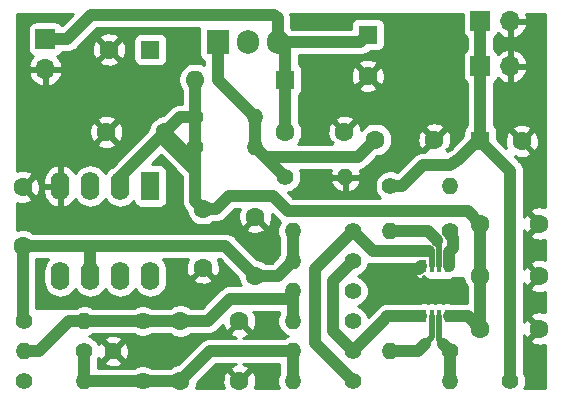
<source format=gbr>
G04 #@! TF.GenerationSoftware,KiCad,Pcbnew,(5.1.5)-3*
G04 #@! TF.CreationDate,2021-03-29T22:58:55-05:00*
G04 #@! TF.ProjectId,Sable_Bias_Voltage,5361626c-655f-4426-9961-735f566f6c74,rev?*
G04 #@! TF.SameCoordinates,Original*
G04 #@! TF.FileFunction,Copper,L1,Top*
G04 #@! TF.FilePolarity,Positive*
%FSLAX46Y46*%
G04 Gerber Fmt 4.6, Leading zero omitted, Abs format (unit mm)*
G04 Created by KiCad (PCBNEW (5.1.5)-3) date 2021-03-29 22:58:55*
%MOMM*%
%LPD*%
G04 APERTURE LIST*
%ADD10R,0.400000X1.100000*%
%ADD11C,1.600000*%
%ADD12R,1.600000X1.600000*%
%ADD13O,1.600000X1.600000*%
%ADD14R,1.700000X1.700000*%
%ADD15O,1.700000X1.700000*%
%ADD16O,1.400000X1.400000*%
%ADD17C,1.400000*%
%ADD18C,1.440000*%
%ADD19R,1.905000X2.000000*%
%ADD20O,1.905000X2.000000*%
%ADD21R,1.600000X2.400000*%
%ADD22O,1.600000X2.400000*%
%ADD23C,0.800000*%
%ADD24C,0.400000*%
%ADD25C,1.000000*%
%ADD26C,0.500000*%
%ADD27C,0.254000*%
G04 APERTURE END LIST*
D10*
X167345000Y-108340000D03*
X166695000Y-108340000D03*
X166045000Y-108340000D03*
X165395000Y-108340000D03*
X165395000Y-112640000D03*
X166045000Y-112640000D03*
X166695000Y-112640000D03*
X167345000Y-112640000D03*
D11*
X160655000Y-92273000D03*
D12*
X160655000Y-88773000D03*
D11*
X158670000Y-97028000D03*
X153670000Y-97028000D03*
X166290000Y-97663000D03*
X161290000Y-97663000D03*
X146685000Y-103505000D03*
X146685000Y-108505000D03*
D12*
X142240000Y-90043000D03*
D11*
X138740000Y-90043000D03*
X143510000Y-97028000D03*
X138510000Y-97028000D03*
X131445000Y-101680000D03*
X131445000Y-106680000D03*
X144780000Y-113030000D03*
X149780000Y-113030000D03*
X149780000Y-118110000D03*
X144780000Y-118110000D03*
X175180000Y-113665000D03*
X170180000Y-113665000D03*
X170180000Y-109220000D03*
X175180000Y-109220000D03*
X170180000Y-104775000D03*
X175180000Y-104775000D03*
D12*
X170180000Y-97790000D03*
D11*
X173680000Y-97790000D03*
D12*
X153670000Y-92583000D03*
D13*
X146050000Y-92583000D03*
D14*
X133350000Y-89154000D03*
D15*
X133350000Y-91694000D03*
D16*
X151130000Y-95758000D03*
D17*
X146050000Y-95758000D03*
D16*
X151130000Y-98298000D03*
D17*
X146050000Y-98298000D03*
X153670000Y-100838000D03*
D16*
X158750000Y-100838000D03*
X136652000Y-113030000D03*
D17*
X131572000Y-113030000D03*
X131572000Y-118110000D03*
D16*
X136652000Y-118110000D03*
X131572000Y-115570000D03*
D17*
X136652000Y-115570000D03*
D16*
X154305000Y-110490000D03*
D17*
X159385000Y-110490000D03*
X167640000Y-105410000D03*
D16*
X162560000Y-105410000D03*
D17*
X159385000Y-118110000D03*
D16*
X154305000Y-118110000D03*
X154305000Y-105410000D03*
D17*
X159385000Y-105410000D03*
X162560000Y-101600000D03*
D16*
X167640000Y-101600000D03*
X154305000Y-113030000D03*
D17*
X159385000Y-113030000D03*
X167640000Y-115570000D03*
D16*
X162560000Y-115570000D03*
D17*
X159385000Y-115570000D03*
D16*
X154305000Y-115570000D03*
D17*
X159385000Y-107950000D03*
D16*
X154305000Y-107950000D03*
X167640000Y-118110000D03*
D17*
X172720000Y-118110000D03*
D18*
X141605000Y-118110000D03*
X139065000Y-115570000D03*
X141605000Y-113030000D03*
D19*
X147955000Y-89408000D03*
D20*
X150495000Y-89408000D03*
X153035000Y-89408000D03*
D21*
X142240000Y-101600000D03*
D22*
X134620000Y-109220000D03*
X139700000Y-101600000D03*
X137160000Y-109220000D03*
X137160000Y-101600000D03*
X139700000Y-109220000D03*
X134620000Y-101600000D03*
X142240000Y-109220000D03*
D14*
X170180000Y-91440000D03*
D15*
X172720000Y-91440000D03*
D11*
X151130000Y-109220000D03*
X151130000Y-104220000D03*
D14*
X170180000Y-87630000D03*
D15*
X172720000Y-87630000D03*
D23*
X162860001Y-109220000D03*
X163830000Y-108585000D03*
X162560000Y-110490000D03*
D24*
X164795000Y-108340000D02*
X164550000Y-108585000D01*
X165395000Y-108340000D02*
X164795000Y-108340000D01*
X164550000Y-108585000D02*
X164465000Y-108585000D01*
D25*
X163495001Y-108585000D02*
X162860001Y-109220000D01*
X164550000Y-108585000D02*
X163830000Y-108585000D01*
X163830000Y-108585000D02*
X163495001Y-108585000D01*
X162560000Y-109520001D02*
X162860001Y-109220000D01*
X162560000Y-110490000D02*
X162560000Y-109520001D01*
X164949990Y-108585000D02*
X165194990Y-108340000D01*
X163830000Y-108585000D02*
X164949990Y-108585000D01*
X153670000Y-92583000D02*
X153670000Y-96393000D01*
X153670000Y-90043000D02*
X153035000Y-89408000D01*
X153670000Y-96393000D02*
X153670000Y-90043000D01*
X160020000Y-89408000D02*
X160655000Y-88773000D01*
X153035000Y-89408000D02*
X160020000Y-89408000D01*
X135200000Y-89154000D02*
X137232000Y-87122000D01*
X133350000Y-89154000D02*
X135200000Y-89154000D01*
X152749000Y-87122000D02*
X153035000Y-87408000D01*
X153035000Y-87408000D02*
X153035000Y-89408000D01*
X137232000Y-87122000D02*
X152749000Y-87122000D01*
X151130000Y-95758000D02*
X151130000Y-98298000D01*
X151969999Y-99137999D02*
X151765000Y-98933000D01*
X161290000Y-97663000D02*
X159815001Y-99137999D01*
X146050000Y-100330000D02*
X144145000Y-98425000D01*
X151765000Y-98933000D02*
X151130000Y-98298000D01*
X159815001Y-99137999D02*
X151969999Y-99137999D01*
X145415000Y-99695000D02*
X143510000Y-97790000D01*
X146050000Y-100330000D02*
X146050000Y-99060000D01*
X147955000Y-92583000D02*
X147955000Y-89408000D01*
X151130000Y-95758000D02*
X147955000Y-92583000D01*
X153670000Y-100838000D02*
X151130000Y-98298000D01*
X146050000Y-92583000D02*
X146050000Y-95758000D01*
X146050000Y-95758000D02*
X146050000Y-98298000D01*
X146050000Y-98298000D02*
X145415000Y-98933000D01*
X143510000Y-97028000D02*
X145415000Y-98933000D01*
X144780000Y-95758000D02*
X143510000Y-97028000D01*
X146050000Y-95758000D02*
X144780000Y-95758000D01*
X170180000Y-104775000D02*
X170180000Y-109220000D01*
X170180000Y-109220000D02*
X170180000Y-113665000D01*
X148901371Y-102419999D02*
X152584999Y-102419999D01*
X146685000Y-103505000D02*
X147816370Y-103505000D01*
X147816370Y-103505000D02*
X148901371Y-102419999D01*
X152584999Y-102419999D02*
X153874999Y-103709999D01*
X169114999Y-103709999D02*
X170180000Y-104775000D01*
X153874999Y-103709999D02*
X169114999Y-103709999D01*
X169155000Y-112640000D02*
X167545010Y-112640000D01*
X170180000Y-113665000D02*
X169155000Y-112640000D01*
X146050000Y-102870000D02*
X146685000Y-103505000D01*
X146050000Y-98298000D02*
X146050000Y-102870000D01*
X139700000Y-100838000D02*
X143510000Y-97028000D01*
X139700000Y-101600000D02*
X139700000Y-100838000D01*
X136820000Y-106680000D02*
X137160000Y-107020000D01*
X137160000Y-107020000D02*
X137500000Y-106680000D01*
X137160000Y-109220000D02*
X137160000Y-107020000D01*
X154305000Y-105410000D02*
X154305000Y-106680000D01*
X154305000Y-106680000D02*
X154305000Y-107950000D01*
X134620000Y-106680000D02*
X136820000Y-106680000D01*
X139065000Y-106680000D02*
X134620000Y-106680000D01*
X131445000Y-106680000D02*
X134620000Y-106680000D01*
X137500000Y-106680000D02*
X139065000Y-106680000D01*
X151130000Y-109220000D02*
X148590000Y-106680000D01*
X148590000Y-106680000D02*
X146685000Y-106680000D01*
X139065000Y-106680000D02*
X146685000Y-106680000D01*
X153035000Y-109220000D02*
X154305000Y-107950000D01*
X151130000Y-109220000D02*
X153035000Y-109220000D01*
X131445000Y-112903000D02*
X131572000Y-113030000D01*
X131445000Y-106680000D02*
X131445000Y-112903000D01*
X131572000Y-115570000D02*
X132842000Y-115570000D01*
X135382000Y-113030000D02*
X136652000Y-113030000D01*
X132842000Y-115570000D02*
X135382000Y-113030000D01*
X141605000Y-113030000D02*
X144780000Y-113030000D01*
X147115998Y-113030000D02*
X149020998Y-111125000D01*
X144780000Y-113030000D02*
X147115998Y-113030000D01*
X149020998Y-111125000D02*
X154305000Y-111125000D01*
X154305000Y-113030000D02*
X154305000Y-111125000D01*
X154305000Y-111125000D02*
X154305000Y-110490000D01*
X136652000Y-113030000D02*
X141605000Y-113030000D01*
X136652000Y-115570000D02*
X136652000Y-118110000D01*
X141605000Y-118110000D02*
X144780000Y-118110000D01*
X154305000Y-115570000D02*
X154305000Y-118110000D01*
X147320000Y-115570000D02*
X144780000Y-118110000D01*
X154305000Y-115570000D02*
X147320000Y-115570000D01*
X136652000Y-118110000D02*
X141605000Y-118110000D01*
X172720000Y-100330000D02*
X170180000Y-97790000D01*
X172720000Y-118110000D02*
X172720000Y-100330000D01*
X170180000Y-97790000D02*
X170180000Y-87630000D01*
X162560000Y-101600000D02*
X163576000Y-101600000D01*
X163576000Y-101600000D02*
X165354000Y-99822000D01*
X165354000Y-99822000D02*
X167640000Y-99822000D01*
X169926000Y-97790000D02*
X168402000Y-99314000D01*
X170180000Y-97790000D02*
X169926000Y-97790000D01*
X167640000Y-99822000D02*
X168402000Y-99314000D01*
X167640000Y-105732281D02*
X167894000Y-105986281D01*
X167640000Y-105410000D02*
X167640000Y-105732281D01*
X167545010Y-107200990D02*
X167545010Y-108340000D01*
X167894000Y-105986281D02*
X167894000Y-106852000D01*
X167894000Y-106852000D02*
X167545010Y-107200990D01*
X167640000Y-118110000D02*
X167640000Y-115570000D01*
X167640000Y-115570000D02*
X167005000Y-114935000D01*
D24*
X167005000Y-114935000D02*
X166695000Y-114625000D01*
D26*
X166695000Y-114625000D02*
X167640000Y-115570000D01*
X166695000Y-112640000D02*
X166695000Y-114625000D01*
D25*
X165762070Y-105410000D02*
X165939999Y-105587929D01*
X162560000Y-105410000D02*
X165762070Y-105410000D01*
D26*
X166695000Y-106342930D02*
X165762070Y-105410000D01*
X166695000Y-108340000D02*
X166695000Y-106342930D01*
D25*
X166544990Y-106192920D02*
X166544990Y-106234341D01*
X165762070Y-105410000D02*
X166544990Y-106192920D01*
X158685001Y-106109999D02*
X159385000Y-105410000D01*
X156184989Y-108610011D02*
X158685001Y-106109999D01*
X156184989Y-114909989D02*
X156184989Y-108610011D01*
X159385000Y-118110000D02*
X156184989Y-114909989D01*
X159385000Y-105410000D02*
X161085001Y-107110001D01*
X162848666Y-107110001D02*
X162873677Y-107084990D01*
X161085001Y-107110001D02*
X162848666Y-107110001D01*
X162873677Y-107084990D02*
X164465000Y-107084990D01*
D26*
X166045000Y-107290000D02*
X166045000Y-108340000D01*
X165839990Y-107084990D02*
X166045000Y-107290000D01*
D25*
X164465000Y-107084990D02*
X165839990Y-107084990D01*
X162560000Y-115570000D02*
X164869991Y-115570000D01*
X164869991Y-115570000D02*
X165494990Y-114945001D01*
D26*
X166045000Y-114394991D02*
X165494990Y-114945001D01*
X166045000Y-112640000D02*
X166045000Y-114394991D01*
D25*
X158685001Y-108649999D02*
X159385000Y-107950000D01*
X157684999Y-113869999D02*
X157684999Y-109650001D01*
X157684999Y-109650001D02*
X158685001Y-108649999D01*
X159385000Y-115570000D02*
X157684999Y-113869999D01*
X159385000Y-115570000D02*
X161925000Y-113030000D01*
D26*
X162315000Y-112640000D02*
X165395000Y-112640000D01*
D25*
X161925000Y-113030000D02*
X162315000Y-112640000D01*
X162315000Y-112640000D02*
X165194990Y-112640000D01*
D27*
G36*
X175616000Y-103404895D02*
G01*
X175391816Y-103348700D01*
X175109488Y-103334783D01*
X174829870Y-103376213D01*
X174563708Y-103471397D01*
X174438486Y-103538329D01*
X174366903Y-103782298D01*
X175180000Y-104595395D01*
X175194143Y-104581253D01*
X175373748Y-104760858D01*
X175359605Y-104775000D01*
X175373748Y-104789143D01*
X175194143Y-104968748D01*
X175180000Y-104954605D01*
X174366903Y-105767702D01*
X174438486Y-106011671D01*
X174693996Y-106132571D01*
X174968184Y-106201300D01*
X175250512Y-106215217D01*
X175530130Y-106173787D01*
X175616000Y-106143078D01*
X175616000Y-107849895D01*
X175391816Y-107793700D01*
X175109488Y-107779783D01*
X174829870Y-107821213D01*
X174563708Y-107916397D01*
X174438486Y-107983329D01*
X174366903Y-108227298D01*
X175180000Y-109040395D01*
X175194143Y-109026253D01*
X175373748Y-109205858D01*
X175359605Y-109220000D01*
X175373748Y-109234143D01*
X175194143Y-109413748D01*
X175180000Y-109399605D01*
X174366903Y-110212702D01*
X174438486Y-110456671D01*
X174693996Y-110577571D01*
X174968184Y-110646300D01*
X175250512Y-110660217D01*
X175530130Y-110618787D01*
X175616000Y-110588078D01*
X175616000Y-112294895D01*
X175391816Y-112238700D01*
X175109488Y-112224783D01*
X174829870Y-112266213D01*
X174563708Y-112361397D01*
X174438486Y-112428329D01*
X174366903Y-112672298D01*
X175180000Y-113485395D01*
X175194143Y-113471253D01*
X175373748Y-113650858D01*
X175359605Y-113665000D01*
X175373748Y-113679143D01*
X175194143Y-113858748D01*
X175180000Y-113844605D01*
X174366903Y-114657702D01*
X174438486Y-114901671D01*
X174693996Y-115022571D01*
X174968184Y-115091300D01*
X175250512Y-115105217D01*
X175530130Y-115063787D01*
X175616000Y-115033078D01*
X175616000Y-118720000D01*
X173912322Y-118720000D01*
X174003696Y-118499405D01*
X174055000Y-118241486D01*
X174055000Y-117978514D01*
X174003696Y-117720595D01*
X173903061Y-117477641D01*
X173855000Y-117405712D01*
X173855000Y-114221460D01*
X173876397Y-114281292D01*
X173943329Y-114406514D01*
X174187298Y-114478097D01*
X175000395Y-113665000D01*
X174187298Y-112851903D01*
X173943329Y-112923486D01*
X173855000Y-113110160D01*
X173855000Y-109776460D01*
X173876397Y-109836292D01*
X173943329Y-109961514D01*
X174187298Y-110033097D01*
X175000395Y-109220000D01*
X174187298Y-108406903D01*
X173943329Y-108478486D01*
X173855000Y-108665160D01*
X173855000Y-105331460D01*
X173876397Y-105391292D01*
X173943329Y-105516514D01*
X174187298Y-105588097D01*
X175000395Y-104775000D01*
X174187298Y-103961903D01*
X173943329Y-104033486D01*
X173855000Y-104220160D01*
X173855000Y-100385741D01*
X173860490Y-100329999D01*
X173855000Y-100274257D01*
X173855000Y-100274248D01*
X173838577Y-100107501D01*
X173773676Y-99893553D01*
X173668284Y-99696377D01*
X173526449Y-99523551D01*
X173483141Y-99488009D01*
X173096634Y-99101502D01*
X173193996Y-99147571D01*
X173468184Y-99216300D01*
X173750512Y-99230217D01*
X174030130Y-99188787D01*
X174296292Y-99093603D01*
X174421514Y-99026671D01*
X174493097Y-98782702D01*
X173680000Y-97969605D01*
X173665858Y-97983748D01*
X173486253Y-97804143D01*
X173500395Y-97790000D01*
X173859605Y-97790000D01*
X174672702Y-98603097D01*
X174916671Y-98531514D01*
X175037571Y-98276004D01*
X175106300Y-98001816D01*
X175120217Y-97719488D01*
X175078787Y-97439870D01*
X174983603Y-97173708D01*
X174916671Y-97048486D01*
X174672702Y-96976903D01*
X173859605Y-97790000D01*
X173500395Y-97790000D01*
X172687298Y-96976903D01*
X172443329Y-97048486D01*
X172322429Y-97303996D01*
X172253700Y-97578184D01*
X172239783Y-97860512D01*
X172281213Y-98140130D01*
X172362465Y-98367333D01*
X171618072Y-97622941D01*
X171618072Y-96990000D01*
X171605812Y-96865518D01*
X171585118Y-96797298D01*
X172866903Y-96797298D01*
X173680000Y-97610395D01*
X174493097Y-96797298D01*
X174421514Y-96553329D01*
X174166004Y-96432429D01*
X173891816Y-96363700D01*
X173609488Y-96349783D01*
X173329870Y-96391213D01*
X173063708Y-96486397D01*
X172938486Y-96553329D01*
X172866903Y-96797298D01*
X171585118Y-96797298D01*
X171569502Y-96745820D01*
X171510537Y-96635506D01*
X171431185Y-96538815D01*
X171334494Y-96459463D01*
X171315000Y-96449043D01*
X171315000Y-92857683D01*
X171384494Y-92820537D01*
X171481185Y-92741185D01*
X171560537Y-92644494D01*
X171619502Y-92534180D01*
X171643966Y-92453534D01*
X171719731Y-92537588D01*
X171953080Y-92711641D01*
X172215901Y-92836825D01*
X172363110Y-92881476D01*
X172593000Y-92760155D01*
X172593000Y-91567000D01*
X172847000Y-91567000D01*
X172847000Y-92760155D01*
X173076890Y-92881476D01*
X173224099Y-92836825D01*
X173486920Y-92711641D01*
X173720269Y-92537588D01*
X173915178Y-92321355D01*
X174064157Y-92071252D01*
X174161481Y-91796891D01*
X174040814Y-91567000D01*
X172847000Y-91567000D01*
X172593000Y-91567000D01*
X172573000Y-91567000D01*
X172573000Y-91313000D01*
X172593000Y-91313000D01*
X172593000Y-90119845D01*
X172847000Y-90119845D01*
X172847000Y-91313000D01*
X174040814Y-91313000D01*
X174161481Y-91083109D01*
X174064157Y-90808748D01*
X173915178Y-90558645D01*
X173720269Y-90342412D01*
X173486920Y-90168359D01*
X173224099Y-90043175D01*
X173076890Y-89998524D01*
X172847000Y-90119845D01*
X172593000Y-90119845D01*
X172363110Y-89998524D01*
X172215901Y-90043175D01*
X171953080Y-90168359D01*
X171719731Y-90342412D01*
X171643966Y-90426466D01*
X171619502Y-90345820D01*
X171560537Y-90235506D01*
X171481185Y-90138815D01*
X171384494Y-90059463D01*
X171315000Y-90022317D01*
X171315000Y-89047683D01*
X171384494Y-89010537D01*
X171481185Y-88931185D01*
X171560537Y-88834494D01*
X171619502Y-88724180D01*
X171643966Y-88643534D01*
X171719731Y-88727588D01*
X171953080Y-88901641D01*
X172215901Y-89026825D01*
X172363110Y-89071476D01*
X172593000Y-88950155D01*
X172593000Y-87757000D01*
X172847000Y-87757000D01*
X172847000Y-88950155D01*
X173076890Y-89071476D01*
X173224099Y-89026825D01*
X173486920Y-88901641D01*
X173720269Y-88727588D01*
X173915178Y-88511355D01*
X174064157Y-88261252D01*
X174161481Y-87986891D01*
X174040814Y-87757000D01*
X172847000Y-87757000D01*
X172593000Y-87757000D01*
X172573000Y-87757000D01*
X172573000Y-87503000D01*
X172593000Y-87503000D01*
X172593000Y-87483000D01*
X172847000Y-87483000D01*
X172847000Y-87503000D01*
X174040814Y-87503000D01*
X174161481Y-87273109D01*
X174071696Y-87020000D01*
X175616001Y-87020000D01*
X175616000Y-103404895D01*
G37*
X175616000Y-103404895D02*
X175391816Y-103348700D01*
X175109488Y-103334783D01*
X174829870Y-103376213D01*
X174563708Y-103471397D01*
X174438486Y-103538329D01*
X174366903Y-103782298D01*
X175180000Y-104595395D01*
X175194143Y-104581253D01*
X175373748Y-104760858D01*
X175359605Y-104775000D01*
X175373748Y-104789143D01*
X175194143Y-104968748D01*
X175180000Y-104954605D01*
X174366903Y-105767702D01*
X174438486Y-106011671D01*
X174693996Y-106132571D01*
X174968184Y-106201300D01*
X175250512Y-106215217D01*
X175530130Y-106173787D01*
X175616000Y-106143078D01*
X175616000Y-107849895D01*
X175391816Y-107793700D01*
X175109488Y-107779783D01*
X174829870Y-107821213D01*
X174563708Y-107916397D01*
X174438486Y-107983329D01*
X174366903Y-108227298D01*
X175180000Y-109040395D01*
X175194143Y-109026253D01*
X175373748Y-109205858D01*
X175359605Y-109220000D01*
X175373748Y-109234143D01*
X175194143Y-109413748D01*
X175180000Y-109399605D01*
X174366903Y-110212702D01*
X174438486Y-110456671D01*
X174693996Y-110577571D01*
X174968184Y-110646300D01*
X175250512Y-110660217D01*
X175530130Y-110618787D01*
X175616000Y-110588078D01*
X175616000Y-112294895D01*
X175391816Y-112238700D01*
X175109488Y-112224783D01*
X174829870Y-112266213D01*
X174563708Y-112361397D01*
X174438486Y-112428329D01*
X174366903Y-112672298D01*
X175180000Y-113485395D01*
X175194143Y-113471253D01*
X175373748Y-113650858D01*
X175359605Y-113665000D01*
X175373748Y-113679143D01*
X175194143Y-113858748D01*
X175180000Y-113844605D01*
X174366903Y-114657702D01*
X174438486Y-114901671D01*
X174693996Y-115022571D01*
X174968184Y-115091300D01*
X175250512Y-115105217D01*
X175530130Y-115063787D01*
X175616000Y-115033078D01*
X175616000Y-118720000D01*
X173912322Y-118720000D01*
X174003696Y-118499405D01*
X174055000Y-118241486D01*
X174055000Y-117978514D01*
X174003696Y-117720595D01*
X173903061Y-117477641D01*
X173855000Y-117405712D01*
X173855000Y-114221460D01*
X173876397Y-114281292D01*
X173943329Y-114406514D01*
X174187298Y-114478097D01*
X175000395Y-113665000D01*
X174187298Y-112851903D01*
X173943329Y-112923486D01*
X173855000Y-113110160D01*
X173855000Y-109776460D01*
X173876397Y-109836292D01*
X173943329Y-109961514D01*
X174187298Y-110033097D01*
X175000395Y-109220000D01*
X174187298Y-108406903D01*
X173943329Y-108478486D01*
X173855000Y-108665160D01*
X173855000Y-105331460D01*
X173876397Y-105391292D01*
X173943329Y-105516514D01*
X174187298Y-105588097D01*
X175000395Y-104775000D01*
X174187298Y-103961903D01*
X173943329Y-104033486D01*
X173855000Y-104220160D01*
X173855000Y-100385741D01*
X173860490Y-100329999D01*
X173855000Y-100274257D01*
X173855000Y-100274248D01*
X173838577Y-100107501D01*
X173773676Y-99893553D01*
X173668284Y-99696377D01*
X173526449Y-99523551D01*
X173483141Y-99488009D01*
X173096634Y-99101502D01*
X173193996Y-99147571D01*
X173468184Y-99216300D01*
X173750512Y-99230217D01*
X174030130Y-99188787D01*
X174296292Y-99093603D01*
X174421514Y-99026671D01*
X174493097Y-98782702D01*
X173680000Y-97969605D01*
X173665858Y-97983748D01*
X173486253Y-97804143D01*
X173500395Y-97790000D01*
X173859605Y-97790000D01*
X174672702Y-98603097D01*
X174916671Y-98531514D01*
X175037571Y-98276004D01*
X175106300Y-98001816D01*
X175120217Y-97719488D01*
X175078787Y-97439870D01*
X174983603Y-97173708D01*
X174916671Y-97048486D01*
X174672702Y-96976903D01*
X173859605Y-97790000D01*
X173500395Y-97790000D01*
X172687298Y-96976903D01*
X172443329Y-97048486D01*
X172322429Y-97303996D01*
X172253700Y-97578184D01*
X172239783Y-97860512D01*
X172281213Y-98140130D01*
X172362465Y-98367333D01*
X171618072Y-97622941D01*
X171618072Y-96990000D01*
X171605812Y-96865518D01*
X171585118Y-96797298D01*
X172866903Y-96797298D01*
X173680000Y-97610395D01*
X174493097Y-96797298D01*
X174421514Y-96553329D01*
X174166004Y-96432429D01*
X173891816Y-96363700D01*
X173609488Y-96349783D01*
X173329870Y-96391213D01*
X173063708Y-96486397D01*
X172938486Y-96553329D01*
X172866903Y-96797298D01*
X171585118Y-96797298D01*
X171569502Y-96745820D01*
X171510537Y-96635506D01*
X171431185Y-96538815D01*
X171334494Y-96459463D01*
X171315000Y-96449043D01*
X171315000Y-92857683D01*
X171384494Y-92820537D01*
X171481185Y-92741185D01*
X171560537Y-92644494D01*
X171619502Y-92534180D01*
X171643966Y-92453534D01*
X171719731Y-92537588D01*
X171953080Y-92711641D01*
X172215901Y-92836825D01*
X172363110Y-92881476D01*
X172593000Y-92760155D01*
X172593000Y-91567000D01*
X172847000Y-91567000D01*
X172847000Y-92760155D01*
X173076890Y-92881476D01*
X173224099Y-92836825D01*
X173486920Y-92711641D01*
X173720269Y-92537588D01*
X173915178Y-92321355D01*
X174064157Y-92071252D01*
X174161481Y-91796891D01*
X174040814Y-91567000D01*
X172847000Y-91567000D01*
X172593000Y-91567000D01*
X172573000Y-91567000D01*
X172573000Y-91313000D01*
X172593000Y-91313000D01*
X172593000Y-90119845D01*
X172847000Y-90119845D01*
X172847000Y-91313000D01*
X174040814Y-91313000D01*
X174161481Y-91083109D01*
X174064157Y-90808748D01*
X173915178Y-90558645D01*
X173720269Y-90342412D01*
X173486920Y-90168359D01*
X173224099Y-90043175D01*
X173076890Y-89998524D01*
X172847000Y-90119845D01*
X172593000Y-90119845D01*
X172363110Y-89998524D01*
X172215901Y-90043175D01*
X171953080Y-90168359D01*
X171719731Y-90342412D01*
X171643966Y-90426466D01*
X171619502Y-90345820D01*
X171560537Y-90235506D01*
X171481185Y-90138815D01*
X171384494Y-90059463D01*
X171315000Y-90022317D01*
X171315000Y-89047683D01*
X171384494Y-89010537D01*
X171481185Y-88931185D01*
X171560537Y-88834494D01*
X171619502Y-88724180D01*
X171643966Y-88643534D01*
X171719731Y-88727588D01*
X171953080Y-88901641D01*
X172215901Y-89026825D01*
X172363110Y-89071476D01*
X172593000Y-88950155D01*
X172593000Y-87757000D01*
X172847000Y-87757000D01*
X172847000Y-88950155D01*
X173076890Y-89071476D01*
X173224099Y-89026825D01*
X173486920Y-88901641D01*
X173720269Y-88727588D01*
X173915178Y-88511355D01*
X174064157Y-88261252D01*
X174161481Y-87986891D01*
X174040814Y-87757000D01*
X172847000Y-87757000D01*
X172593000Y-87757000D01*
X172573000Y-87757000D01*
X172573000Y-87503000D01*
X172593000Y-87503000D01*
X172593000Y-87483000D01*
X172847000Y-87483000D01*
X172847000Y-87503000D01*
X174040814Y-87503000D01*
X174161481Y-87273109D01*
X174071696Y-87020000D01*
X175616001Y-87020000D01*
X175616000Y-103404895D01*
G36*
X149429870Y-116711213D02*
G01*
X149163708Y-116806397D01*
X149038486Y-116873329D01*
X148966903Y-117117298D01*
X149780000Y-117930395D01*
X150593097Y-117117298D01*
X150521514Y-116873329D01*
X150266004Y-116752429D01*
X150076790Y-116705000D01*
X153170000Y-116705000D01*
X153170001Y-117405711D01*
X153121939Y-117477641D01*
X153021304Y-117720595D01*
X152970000Y-117978514D01*
X152970000Y-118241486D01*
X153021304Y-118499405D01*
X153112678Y-118720000D01*
X151078900Y-118720000D01*
X151137571Y-118596004D01*
X151206300Y-118321816D01*
X151220217Y-118039488D01*
X151178787Y-117759870D01*
X151083603Y-117493708D01*
X151016671Y-117368486D01*
X150772702Y-117296903D01*
X149959605Y-118110000D01*
X149973748Y-118124143D01*
X149794143Y-118303748D01*
X149780000Y-118289605D01*
X149765858Y-118303748D01*
X149586253Y-118124143D01*
X149600395Y-118110000D01*
X148787298Y-117296903D01*
X148543329Y-117368486D01*
X148422429Y-117623996D01*
X148353700Y-117898184D01*
X148339783Y-118180512D01*
X148381213Y-118460130D01*
X148474147Y-118720000D01*
X146080562Y-118720000D01*
X146159853Y-118528574D01*
X146207850Y-118287282D01*
X147790132Y-116705000D01*
X149471803Y-116705000D01*
X149429870Y-116711213D01*
G37*
X149429870Y-116711213D02*
X149163708Y-116806397D01*
X149038486Y-116873329D01*
X148966903Y-117117298D01*
X149780000Y-117930395D01*
X150593097Y-117117298D01*
X150521514Y-116873329D01*
X150266004Y-116752429D01*
X150076790Y-116705000D01*
X153170000Y-116705000D01*
X153170001Y-117405711D01*
X153121939Y-117477641D01*
X153021304Y-117720595D01*
X152970000Y-117978514D01*
X152970000Y-118241486D01*
X153021304Y-118499405D01*
X153112678Y-118720000D01*
X151078900Y-118720000D01*
X151137571Y-118596004D01*
X151206300Y-118321816D01*
X151220217Y-118039488D01*
X151178787Y-117759870D01*
X151083603Y-117493708D01*
X151016671Y-117368486D01*
X150772702Y-117296903D01*
X149959605Y-118110000D01*
X149973748Y-118124143D01*
X149794143Y-118303748D01*
X149780000Y-118289605D01*
X149765858Y-118303748D01*
X149586253Y-118124143D01*
X149600395Y-118110000D01*
X148787298Y-117296903D01*
X148543329Y-117368486D01*
X148422429Y-117623996D01*
X148353700Y-117898184D01*
X148339783Y-118180512D01*
X148381213Y-118460130D01*
X148474147Y-118720000D01*
X146080562Y-118720000D01*
X146159853Y-118528574D01*
X146207850Y-118287282D01*
X147790132Y-116705000D01*
X149471803Y-116705000D01*
X149429870Y-116711213D01*
G36*
X153170000Y-112325712D02*
G01*
X153121939Y-112397641D01*
X153021304Y-112640595D01*
X152970000Y-112898514D01*
X152970000Y-113161486D01*
X153021304Y-113419405D01*
X153121939Y-113662359D01*
X153268038Y-113881013D01*
X153453987Y-114066962D01*
X153672641Y-114213061D01*
X153882530Y-114300000D01*
X153672641Y-114386939D01*
X153600712Y-114435000D01*
X150088197Y-114435000D01*
X150130130Y-114428787D01*
X150396292Y-114333603D01*
X150521514Y-114266671D01*
X150593097Y-114022702D01*
X149780000Y-113209605D01*
X148966903Y-114022702D01*
X149038486Y-114266671D01*
X149293996Y-114387571D01*
X149483210Y-114435000D01*
X147375741Y-114435000D01*
X147319999Y-114429510D01*
X147264257Y-114435000D01*
X147264248Y-114435000D01*
X147097501Y-114451423D01*
X146883553Y-114516324D01*
X146686377Y-114621716D01*
X146513551Y-114763551D01*
X146478011Y-114806857D01*
X144602718Y-116682150D01*
X144361426Y-116730147D01*
X144100273Y-116838320D01*
X143895716Y-116975000D01*
X142345287Y-116975000D01*
X142246833Y-116909215D01*
X142000239Y-116807072D01*
X141738456Y-116755000D01*
X141471544Y-116755000D01*
X141209761Y-116807072D01*
X140963167Y-116909215D01*
X140864713Y-116975000D01*
X137787000Y-116975000D01*
X137787000Y-116505560D01*
X138309045Y-116505560D01*
X138370932Y-116741368D01*
X138612790Y-116854266D01*
X138872027Y-116917811D01*
X139138680Y-116929561D01*
X139402501Y-116889063D01*
X139653353Y-116797875D01*
X139759068Y-116741368D01*
X139820955Y-116505560D01*
X139065000Y-115749605D01*
X138309045Y-116505560D01*
X137787000Y-116505560D01*
X137787000Y-116274288D01*
X137835061Y-116202359D01*
X137846232Y-116175390D01*
X137893632Y-116264068D01*
X138129440Y-116325955D01*
X138885395Y-115570000D01*
X139244605Y-115570000D01*
X140000560Y-116325955D01*
X140236368Y-116264068D01*
X140349266Y-116022210D01*
X140412811Y-115762973D01*
X140424561Y-115496320D01*
X140384063Y-115232499D01*
X140292875Y-114981647D01*
X140236368Y-114875932D01*
X140000560Y-114814045D01*
X139244605Y-115570000D01*
X138885395Y-115570000D01*
X138129440Y-114814045D01*
X137893632Y-114875932D01*
X137849056Y-114971427D01*
X137835061Y-114937641D01*
X137688962Y-114718987D01*
X137604415Y-114634440D01*
X138309045Y-114634440D01*
X139065000Y-115390395D01*
X139820955Y-114634440D01*
X139759068Y-114398632D01*
X139517210Y-114285734D01*
X139257973Y-114222189D01*
X138991320Y-114210439D01*
X138727499Y-114250937D01*
X138476647Y-114342125D01*
X138370932Y-114398632D01*
X138309045Y-114634440D01*
X137604415Y-114634440D01*
X137503013Y-114533038D01*
X137284359Y-114386939D01*
X137074470Y-114300000D01*
X137284359Y-114213061D01*
X137356288Y-114165000D01*
X140864713Y-114165000D01*
X140963167Y-114230785D01*
X141209761Y-114332928D01*
X141471544Y-114385000D01*
X141738456Y-114385000D01*
X142000239Y-114332928D01*
X142246833Y-114230785D01*
X142345287Y-114165000D01*
X143895716Y-114165000D01*
X144100273Y-114301680D01*
X144361426Y-114409853D01*
X144638665Y-114465000D01*
X144921335Y-114465000D01*
X145198574Y-114409853D01*
X145459727Y-114301680D01*
X145664284Y-114165000D01*
X147060247Y-114165000D01*
X147115998Y-114170491D01*
X147171749Y-114165000D01*
X147171750Y-114165000D01*
X147338497Y-114148577D01*
X147552445Y-114083676D01*
X147749621Y-113978284D01*
X147922447Y-113836449D01*
X147957994Y-113793135D01*
X148379895Y-113371234D01*
X148381213Y-113380130D01*
X148476397Y-113646292D01*
X148543329Y-113771514D01*
X148787298Y-113843097D01*
X149600395Y-113030000D01*
X149586253Y-113015858D01*
X149765858Y-112836253D01*
X149780000Y-112850395D01*
X149794143Y-112836253D01*
X149973748Y-113015858D01*
X149959605Y-113030000D01*
X150772702Y-113843097D01*
X151016671Y-113771514D01*
X151137571Y-113516004D01*
X151206300Y-113241816D01*
X151220217Y-112959488D01*
X151178787Y-112679870D01*
X151083603Y-112413708D01*
X151016671Y-112288486D01*
X150919585Y-112260000D01*
X153170000Y-112260000D01*
X153170000Y-112325712D01*
G37*
X153170000Y-112325712D02*
X153121939Y-112397641D01*
X153021304Y-112640595D01*
X152970000Y-112898514D01*
X152970000Y-113161486D01*
X153021304Y-113419405D01*
X153121939Y-113662359D01*
X153268038Y-113881013D01*
X153453987Y-114066962D01*
X153672641Y-114213061D01*
X153882530Y-114300000D01*
X153672641Y-114386939D01*
X153600712Y-114435000D01*
X150088197Y-114435000D01*
X150130130Y-114428787D01*
X150396292Y-114333603D01*
X150521514Y-114266671D01*
X150593097Y-114022702D01*
X149780000Y-113209605D01*
X148966903Y-114022702D01*
X149038486Y-114266671D01*
X149293996Y-114387571D01*
X149483210Y-114435000D01*
X147375741Y-114435000D01*
X147319999Y-114429510D01*
X147264257Y-114435000D01*
X147264248Y-114435000D01*
X147097501Y-114451423D01*
X146883553Y-114516324D01*
X146686377Y-114621716D01*
X146513551Y-114763551D01*
X146478011Y-114806857D01*
X144602718Y-116682150D01*
X144361426Y-116730147D01*
X144100273Y-116838320D01*
X143895716Y-116975000D01*
X142345287Y-116975000D01*
X142246833Y-116909215D01*
X142000239Y-116807072D01*
X141738456Y-116755000D01*
X141471544Y-116755000D01*
X141209761Y-116807072D01*
X140963167Y-116909215D01*
X140864713Y-116975000D01*
X137787000Y-116975000D01*
X137787000Y-116505560D01*
X138309045Y-116505560D01*
X138370932Y-116741368D01*
X138612790Y-116854266D01*
X138872027Y-116917811D01*
X139138680Y-116929561D01*
X139402501Y-116889063D01*
X139653353Y-116797875D01*
X139759068Y-116741368D01*
X139820955Y-116505560D01*
X139065000Y-115749605D01*
X138309045Y-116505560D01*
X137787000Y-116505560D01*
X137787000Y-116274288D01*
X137835061Y-116202359D01*
X137846232Y-116175390D01*
X137893632Y-116264068D01*
X138129440Y-116325955D01*
X138885395Y-115570000D01*
X139244605Y-115570000D01*
X140000560Y-116325955D01*
X140236368Y-116264068D01*
X140349266Y-116022210D01*
X140412811Y-115762973D01*
X140424561Y-115496320D01*
X140384063Y-115232499D01*
X140292875Y-114981647D01*
X140236368Y-114875932D01*
X140000560Y-114814045D01*
X139244605Y-115570000D01*
X138885395Y-115570000D01*
X138129440Y-114814045D01*
X137893632Y-114875932D01*
X137849056Y-114971427D01*
X137835061Y-114937641D01*
X137688962Y-114718987D01*
X137604415Y-114634440D01*
X138309045Y-114634440D01*
X139065000Y-115390395D01*
X139820955Y-114634440D01*
X139759068Y-114398632D01*
X139517210Y-114285734D01*
X139257973Y-114222189D01*
X138991320Y-114210439D01*
X138727499Y-114250937D01*
X138476647Y-114342125D01*
X138370932Y-114398632D01*
X138309045Y-114634440D01*
X137604415Y-114634440D01*
X137503013Y-114533038D01*
X137284359Y-114386939D01*
X137074470Y-114300000D01*
X137284359Y-114213061D01*
X137356288Y-114165000D01*
X140864713Y-114165000D01*
X140963167Y-114230785D01*
X141209761Y-114332928D01*
X141471544Y-114385000D01*
X141738456Y-114385000D01*
X142000239Y-114332928D01*
X142246833Y-114230785D01*
X142345287Y-114165000D01*
X143895716Y-114165000D01*
X144100273Y-114301680D01*
X144361426Y-114409853D01*
X144638665Y-114465000D01*
X144921335Y-114465000D01*
X145198574Y-114409853D01*
X145459727Y-114301680D01*
X145664284Y-114165000D01*
X147060247Y-114165000D01*
X147115998Y-114170491D01*
X147171749Y-114165000D01*
X147171750Y-114165000D01*
X147338497Y-114148577D01*
X147552445Y-114083676D01*
X147749621Y-113978284D01*
X147922447Y-113836449D01*
X147957994Y-113793135D01*
X148379895Y-113371234D01*
X148381213Y-113380130D01*
X148476397Y-113646292D01*
X148543329Y-113771514D01*
X148787298Y-113843097D01*
X149600395Y-113030000D01*
X149586253Y-113015858D01*
X149765858Y-112836253D01*
X149780000Y-112850395D01*
X149794143Y-112836253D01*
X149973748Y-113015858D01*
X149959605Y-113030000D01*
X150772702Y-113843097D01*
X151016671Y-113771514D01*
X151137571Y-113516004D01*
X151206300Y-113241816D01*
X151220217Y-112959488D01*
X151178787Y-112679870D01*
X151083603Y-112413708D01*
X151016671Y-112288486D01*
X150919585Y-112260000D01*
X153170000Y-112260000D01*
X153170000Y-112325712D01*
G36*
X160862502Y-108228578D02*
G01*
X161029249Y-108245001D01*
X161029258Y-108245001D01*
X161085000Y-108250491D01*
X161140742Y-108245001D01*
X162792915Y-108245001D01*
X162848666Y-108250492D01*
X162904417Y-108245001D01*
X162904418Y-108245001D01*
X163071165Y-108228578D01*
X163099476Y-108219990D01*
X165160001Y-108219990D01*
X165160001Y-108383477D01*
X165168227Y-108467000D01*
X164718750Y-108467000D01*
X164560000Y-108625750D01*
X164557035Y-108878325D01*
X164567016Y-109003011D01*
X164601129Y-109123353D01*
X164658065Y-109234727D01*
X164735635Y-109332854D01*
X164830858Y-109413963D01*
X164940075Y-109474935D01*
X165059089Y-109513429D01*
X165163250Y-109525000D01*
X165322000Y-109366250D01*
X165322000Y-109253678D01*
X165393815Y-109341185D01*
X165490506Y-109420537D01*
X165558782Y-109457032D01*
X165626750Y-109525000D01*
X165717554Y-109514913D01*
X165720518Y-109515812D01*
X165845000Y-109528072D01*
X166245000Y-109528072D01*
X166369482Y-109515812D01*
X166370000Y-109515655D01*
X166370518Y-109515812D01*
X166495000Y-109528072D01*
X166895000Y-109528072D01*
X167019482Y-109515812D01*
X167020000Y-109515655D01*
X167020518Y-109515812D01*
X167145000Y-109528072D01*
X167545000Y-109528072D01*
X167669482Y-109515812D01*
X167789180Y-109479502D01*
X167899494Y-109420537D01*
X167903355Y-109417368D01*
X167981457Y-109393676D01*
X168068782Y-109347000D01*
X168745000Y-109347000D01*
X168745000Y-109361335D01*
X168800147Y-109638574D01*
X168908320Y-109899727D01*
X169045000Y-110104284D01*
X169045001Y-111505000D01*
X167797603Y-111505000D01*
X167789180Y-111500498D01*
X167669482Y-111464188D01*
X167545000Y-111451928D01*
X167145000Y-111451928D01*
X167020518Y-111464188D01*
X167020000Y-111464345D01*
X167019482Y-111464188D01*
X166895000Y-111451928D01*
X166495000Y-111451928D01*
X166370518Y-111464188D01*
X166370000Y-111464345D01*
X166369482Y-111464188D01*
X166245000Y-111451928D01*
X165845000Y-111451928D01*
X165720518Y-111464188D01*
X165720000Y-111464345D01*
X165719482Y-111464188D01*
X165595000Y-111451928D01*
X165195000Y-111451928D01*
X165070518Y-111464188D01*
X164950820Y-111500498D01*
X164942397Y-111505000D01*
X162370741Y-111505000D01*
X162314999Y-111499510D01*
X162259257Y-111505000D01*
X162259248Y-111505000D01*
X162092501Y-111521423D01*
X161878553Y-111586324D01*
X161681377Y-111691716D01*
X161508551Y-111833551D01*
X161473004Y-111876865D01*
X161161862Y-112188007D01*
X161161856Y-112188012D01*
X160675428Y-112674440D01*
X160668696Y-112640595D01*
X160568061Y-112397641D01*
X160421962Y-112178987D01*
X160236013Y-111993038D01*
X160017359Y-111846939D01*
X159807470Y-111760000D01*
X160017359Y-111673061D01*
X160236013Y-111526962D01*
X160421962Y-111341013D01*
X160568061Y-111122359D01*
X160668696Y-110879405D01*
X160720000Y-110621486D01*
X160720000Y-110358514D01*
X160668696Y-110100595D01*
X160568061Y-109857641D01*
X160421962Y-109638987D01*
X160236013Y-109453038D01*
X160017359Y-109306939D01*
X159807470Y-109220000D01*
X160017359Y-109133061D01*
X160236013Y-108986962D01*
X160421962Y-108801013D01*
X160568061Y-108582359D01*
X160668696Y-108339405D01*
X160700516Y-108179440D01*
X160862502Y-108228578D01*
G37*
X160862502Y-108228578D02*
X161029249Y-108245001D01*
X161029258Y-108245001D01*
X161085000Y-108250491D01*
X161140742Y-108245001D01*
X162792915Y-108245001D01*
X162848666Y-108250492D01*
X162904417Y-108245001D01*
X162904418Y-108245001D01*
X163071165Y-108228578D01*
X163099476Y-108219990D01*
X165160001Y-108219990D01*
X165160001Y-108383477D01*
X165168227Y-108467000D01*
X164718750Y-108467000D01*
X164560000Y-108625750D01*
X164557035Y-108878325D01*
X164567016Y-109003011D01*
X164601129Y-109123353D01*
X164658065Y-109234727D01*
X164735635Y-109332854D01*
X164830858Y-109413963D01*
X164940075Y-109474935D01*
X165059089Y-109513429D01*
X165163250Y-109525000D01*
X165322000Y-109366250D01*
X165322000Y-109253678D01*
X165393815Y-109341185D01*
X165490506Y-109420537D01*
X165558782Y-109457032D01*
X165626750Y-109525000D01*
X165717554Y-109514913D01*
X165720518Y-109515812D01*
X165845000Y-109528072D01*
X166245000Y-109528072D01*
X166369482Y-109515812D01*
X166370000Y-109515655D01*
X166370518Y-109515812D01*
X166495000Y-109528072D01*
X166895000Y-109528072D01*
X167019482Y-109515812D01*
X167020000Y-109515655D01*
X167020518Y-109515812D01*
X167145000Y-109528072D01*
X167545000Y-109528072D01*
X167669482Y-109515812D01*
X167789180Y-109479502D01*
X167899494Y-109420537D01*
X167903355Y-109417368D01*
X167981457Y-109393676D01*
X168068782Y-109347000D01*
X168745000Y-109347000D01*
X168745000Y-109361335D01*
X168800147Y-109638574D01*
X168908320Y-109899727D01*
X169045000Y-110104284D01*
X169045001Y-111505000D01*
X167797603Y-111505000D01*
X167789180Y-111500498D01*
X167669482Y-111464188D01*
X167545000Y-111451928D01*
X167145000Y-111451928D01*
X167020518Y-111464188D01*
X167020000Y-111464345D01*
X167019482Y-111464188D01*
X166895000Y-111451928D01*
X166495000Y-111451928D01*
X166370518Y-111464188D01*
X166370000Y-111464345D01*
X166369482Y-111464188D01*
X166245000Y-111451928D01*
X165845000Y-111451928D01*
X165720518Y-111464188D01*
X165720000Y-111464345D01*
X165719482Y-111464188D01*
X165595000Y-111451928D01*
X165195000Y-111451928D01*
X165070518Y-111464188D01*
X164950820Y-111500498D01*
X164942397Y-111505000D01*
X162370741Y-111505000D01*
X162314999Y-111499510D01*
X162259257Y-111505000D01*
X162259248Y-111505000D01*
X162092501Y-111521423D01*
X161878553Y-111586324D01*
X161681377Y-111691716D01*
X161508551Y-111833551D01*
X161473004Y-111876865D01*
X161161862Y-112188007D01*
X161161856Y-112188012D01*
X160675428Y-112674440D01*
X160668696Y-112640595D01*
X160568061Y-112397641D01*
X160421962Y-112178987D01*
X160236013Y-111993038D01*
X160017359Y-111846939D01*
X159807470Y-111760000D01*
X160017359Y-111673061D01*
X160236013Y-111526962D01*
X160421962Y-111341013D01*
X160568061Y-111122359D01*
X160668696Y-110879405D01*
X160720000Y-110621486D01*
X160720000Y-110358514D01*
X160668696Y-110100595D01*
X160568061Y-109857641D01*
X160421962Y-109638987D01*
X160236013Y-109453038D01*
X160017359Y-109306939D01*
X159807470Y-109220000D01*
X160017359Y-109133061D01*
X160236013Y-108986962D01*
X160421962Y-108801013D01*
X160568061Y-108582359D01*
X160668696Y-108339405D01*
X160700516Y-108179440D01*
X160862502Y-108228578D01*
G36*
X133421068Y-108018899D02*
G01*
X133287818Y-108268192D01*
X133205764Y-108538691D01*
X133185000Y-108749508D01*
X133185000Y-109690491D01*
X133205764Y-109901308D01*
X133287818Y-110171807D01*
X133421068Y-110421100D01*
X133600392Y-110639607D01*
X133818899Y-110818932D01*
X134068192Y-110952182D01*
X134338691Y-111034236D01*
X134620000Y-111061943D01*
X134901308Y-111034236D01*
X135171807Y-110952182D01*
X135421100Y-110818932D01*
X135639607Y-110639608D01*
X135818932Y-110421101D01*
X135890000Y-110288142D01*
X135961068Y-110421100D01*
X136140392Y-110639607D01*
X136358899Y-110818932D01*
X136608192Y-110952182D01*
X136878691Y-111034236D01*
X137160000Y-111061943D01*
X137441308Y-111034236D01*
X137711807Y-110952182D01*
X137961100Y-110818932D01*
X138179607Y-110639608D01*
X138358932Y-110421101D01*
X138430000Y-110288142D01*
X138501068Y-110421100D01*
X138680392Y-110639607D01*
X138898899Y-110818932D01*
X139148192Y-110952182D01*
X139418691Y-111034236D01*
X139700000Y-111061943D01*
X139981308Y-111034236D01*
X140251807Y-110952182D01*
X140501100Y-110818932D01*
X140719607Y-110639608D01*
X140898932Y-110421101D01*
X140970000Y-110288142D01*
X141041068Y-110421100D01*
X141220392Y-110639607D01*
X141438899Y-110818932D01*
X141688192Y-110952182D01*
X141958691Y-111034236D01*
X142240000Y-111061943D01*
X142521308Y-111034236D01*
X142791807Y-110952182D01*
X143041100Y-110818932D01*
X143259607Y-110639608D01*
X143438932Y-110421101D01*
X143572182Y-110171808D01*
X143654236Y-109901309D01*
X143675000Y-109690492D01*
X143675000Y-109497702D01*
X145871903Y-109497702D01*
X145943486Y-109741671D01*
X146198996Y-109862571D01*
X146473184Y-109931300D01*
X146755512Y-109945217D01*
X147035130Y-109903787D01*
X147301292Y-109808603D01*
X147426514Y-109741671D01*
X147498097Y-109497702D01*
X146685000Y-108684605D01*
X145871903Y-109497702D01*
X143675000Y-109497702D01*
X143675000Y-108749509D01*
X143654236Y-108538691D01*
X143572182Y-108268192D01*
X143438932Y-108018899D01*
X143271596Y-107815000D01*
X145423954Y-107815000D01*
X145327429Y-108018996D01*
X145258700Y-108293184D01*
X145244783Y-108575512D01*
X145286213Y-108855130D01*
X145381397Y-109121292D01*
X145448329Y-109246514D01*
X145692298Y-109318097D01*
X146505395Y-108505000D01*
X146491253Y-108490858D01*
X146670858Y-108311253D01*
X146685000Y-108325395D01*
X146699143Y-108311253D01*
X146878748Y-108490858D01*
X146864605Y-108505000D01*
X147677702Y-109318097D01*
X147921671Y-109246514D01*
X148042571Y-108991004D01*
X148111300Y-108716816D01*
X148125217Y-108434488D01*
X148083787Y-108154870D01*
X147988603Y-107888708D01*
X147949206Y-107815000D01*
X148119869Y-107815000D01*
X149702150Y-109397282D01*
X149750147Y-109638574D01*
X149858320Y-109899727D01*
X149918638Y-109990000D01*
X149076750Y-109990000D01*
X149020998Y-109984509D01*
X148965246Y-109990000D01*
X148798499Y-110006423D01*
X148584551Y-110071324D01*
X148387375Y-110176716D01*
X148214549Y-110318551D01*
X148179007Y-110361859D01*
X146645867Y-111895000D01*
X145664284Y-111895000D01*
X145459727Y-111758320D01*
X145198574Y-111650147D01*
X144921335Y-111595000D01*
X144638665Y-111595000D01*
X144361426Y-111650147D01*
X144100273Y-111758320D01*
X143895716Y-111895000D01*
X142345287Y-111895000D01*
X142246833Y-111829215D01*
X142000239Y-111727072D01*
X141738456Y-111675000D01*
X141471544Y-111675000D01*
X141209761Y-111727072D01*
X140963167Y-111829215D01*
X140864713Y-111895000D01*
X137356288Y-111895000D01*
X137284359Y-111846939D01*
X137041405Y-111746304D01*
X136783486Y-111695000D01*
X136520514Y-111695000D01*
X136262595Y-111746304D01*
X136019641Y-111846939D01*
X135947712Y-111895000D01*
X135679105Y-111895000D01*
X135660776Y-111889440D01*
X135636000Y-111887000D01*
X132580000Y-111887000D01*
X132580000Y-107815000D01*
X133588404Y-107815000D01*
X133421068Y-108018899D01*
G37*
X133421068Y-108018899D02*
X133287818Y-108268192D01*
X133205764Y-108538691D01*
X133185000Y-108749508D01*
X133185000Y-109690491D01*
X133205764Y-109901308D01*
X133287818Y-110171807D01*
X133421068Y-110421100D01*
X133600392Y-110639607D01*
X133818899Y-110818932D01*
X134068192Y-110952182D01*
X134338691Y-111034236D01*
X134620000Y-111061943D01*
X134901308Y-111034236D01*
X135171807Y-110952182D01*
X135421100Y-110818932D01*
X135639607Y-110639608D01*
X135818932Y-110421101D01*
X135890000Y-110288142D01*
X135961068Y-110421100D01*
X136140392Y-110639607D01*
X136358899Y-110818932D01*
X136608192Y-110952182D01*
X136878691Y-111034236D01*
X137160000Y-111061943D01*
X137441308Y-111034236D01*
X137711807Y-110952182D01*
X137961100Y-110818932D01*
X138179607Y-110639608D01*
X138358932Y-110421101D01*
X138430000Y-110288142D01*
X138501068Y-110421100D01*
X138680392Y-110639607D01*
X138898899Y-110818932D01*
X139148192Y-110952182D01*
X139418691Y-111034236D01*
X139700000Y-111061943D01*
X139981308Y-111034236D01*
X140251807Y-110952182D01*
X140501100Y-110818932D01*
X140719607Y-110639608D01*
X140898932Y-110421101D01*
X140970000Y-110288142D01*
X141041068Y-110421100D01*
X141220392Y-110639607D01*
X141438899Y-110818932D01*
X141688192Y-110952182D01*
X141958691Y-111034236D01*
X142240000Y-111061943D01*
X142521308Y-111034236D01*
X142791807Y-110952182D01*
X143041100Y-110818932D01*
X143259607Y-110639608D01*
X143438932Y-110421101D01*
X143572182Y-110171808D01*
X143654236Y-109901309D01*
X143675000Y-109690492D01*
X143675000Y-109497702D01*
X145871903Y-109497702D01*
X145943486Y-109741671D01*
X146198996Y-109862571D01*
X146473184Y-109931300D01*
X146755512Y-109945217D01*
X147035130Y-109903787D01*
X147301292Y-109808603D01*
X147426514Y-109741671D01*
X147498097Y-109497702D01*
X146685000Y-108684605D01*
X145871903Y-109497702D01*
X143675000Y-109497702D01*
X143675000Y-108749509D01*
X143654236Y-108538691D01*
X143572182Y-108268192D01*
X143438932Y-108018899D01*
X143271596Y-107815000D01*
X145423954Y-107815000D01*
X145327429Y-108018996D01*
X145258700Y-108293184D01*
X145244783Y-108575512D01*
X145286213Y-108855130D01*
X145381397Y-109121292D01*
X145448329Y-109246514D01*
X145692298Y-109318097D01*
X146505395Y-108505000D01*
X146491253Y-108490858D01*
X146670858Y-108311253D01*
X146685000Y-108325395D01*
X146699143Y-108311253D01*
X146878748Y-108490858D01*
X146864605Y-108505000D01*
X147677702Y-109318097D01*
X147921671Y-109246514D01*
X148042571Y-108991004D01*
X148111300Y-108716816D01*
X148125217Y-108434488D01*
X148083787Y-108154870D01*
X147988603Y-107888708D01*
X147949206Y-107815000D01*
X148119869Y-107815000D01*
X149702150Y-109397282D01*
X149750147Y-109638574D01*
X149858320Y-109899727D01*
X149918638Y-109990000D01*
X149076750Y-109990000D01*
X149020998Y-109984509D01*
X148965246Y-109990000D01*
X148798499Y-110006423D01*
X148584551Y-110071324D01*
X148387375Y-110176716D01*
X148214549Y-110318551D01*
X148179007Y-110361859D01*
X146645867Y-111895000D01*
X145664284Y-111895000D01*
X145459727Y-111758320D01*
X145198574Y-111650147D01*
X144921335Y-111595000D01*
X144638665Y-111595000D01*
X144361426Y-111650147D01*
X144100273Y-111758320D01*
X143895716Y-111895000D01*
X142345287Y-111895000D01*
X142246833Y-111829215D01*
X142000239Y-111727072D01*
X141738456Y-111675000D01*
X141471544Y-111675000D01*
X141209761Y-111727072D01*
X140963167Y-111829215D01*
X140864713Y-111895000D01*
X137356288Y-111895000D01*
X137284359Y-111846939D01*
X137041405Y-111746304D01*
X136783486Y-111695000D01*
X136520514Y-111695000D01*
X136262595Y-111746304D01*
X136019641Y-111846939D01*
X135947712Y-111895000D01*
X135679105Y-111895000D01*
X135660776Y-111889440D01*
X135636000Y-111887000D01*
X132580000Y-111887000D01*
X132580000Y-107815000D01*
X133588404Y-107815000D01*
X133421068Y-108018899D01*
G36*
X134754511Y-87994358D02*
G01*
X134730537Y-87949506D01*
X134651185Y-87852815D01*
X134554494Y-87773463D01*
X134444180Y-87714498D01*
X134324482Y-87678188D01*
X134200000Y-87665928D01*
X132500000Y-87665928D01*
X132375518Y-87678188D01*
X132255820Y-87714498D01*
X132145506Y-87773463D01*
X132048815Y-87852815D01*
X131969463Y-87949506D01*
X131910498Y-88059820D01*
X131874188Y-88179518D01*
X131861928Y-88304000D01*
X131861928Y-90004000D01*
X131874188Y-90128482D01*
X131910498Y-90248180D01*
X131969463Y-90358494D01*
X132048815Y-90455185D01*
X132145506Y-90534537D01*
X132255820Y-90593502D01*
X132336466Y-90617966D01*
X132252412Y-90693731D01*
X132078359Y-90927080D01*
X131953175Y-91189901D01*
X131908524Y-91337110D01*
X132029845Y-91567000D01*
X133223000Y-91567000D01*
X133223000Y-91547000D01*
X133477000Y-91547000D01*
X133477000Y-91567000D01*
X134670155Y-91567000D01*
X134791476Y-91337110D01*
X134746825Y-91189901D01*
X134673379Y-91035702D01*
X137926903Y-91035702D01*
X137998486Y-91279671D01*
X138253996Y-91400571D01*
X138528184Y-91469300D01*
X138810512Y-91483217D01*
X139090130Y-91441787D01*
X139356292Y-91346603D01*
X139481514Y-91279671D01*
X139553097Y-91035702D01*
X138740000Y-90222605D01*
X137926903Y-91035702D01*
X134673379Y-91035702D01*
X134621641Y-90927080D01*
X134447588Y-90693731D01*
X134363534Y-90617966D01*
X134444180Y-90593502D01*
X134554494Y-90534537D01*
X134651185Y-90455185D01*
X134730537Y-90358494D01*
X134767683Y-90289000D01*
X135144249Y-90289000D01*
X135200000Y-90294491D01*
X135255751Y-90289000D01*
X135255752Y-90289000D01*
X135422499Y-90272577D01*
X135636447Y-90207676D01*
X135812616Y-90113512D01*
X137299783Y-90113512D01*
X137341213Y-90393130D01*
X137436397Y-90659292D01*
X137503329Y-90784514D01*
X137747298Y-90856097D01*
X138560395Y-90043000D01*
X138919605Y-90043000D01*
X139732702Y-90856097D01*
X139976671Y-90784514D01*
X140097571Y-90529004D01*
X140166300Y-90254816D01*
X140180217Y-89972488D01*
X140138787Y-89692870D01*
X140043603Y-89426708D01*
X139976671Y-89301486D01*
X139777340Y-89243000D01*
X140801928Y-89243000D01*
X140801928Y-90843000D01*
X140814188Y-90967482D01*
X140850498Y-91087180D01*
X140909463Y-91197494D01*
X140988815Y-91294185D01*
X141085506Y-91373537D01*
X141195820Y-91432502D01*
X141315518Y-91468812D01*
X141440000Y-91481072D01*
X143040000Y-91481072D01*
X143164482Y-91468812D01*
X143284180Y-91432502D01*
X143394494Y-91373537D01*
X143491185Y-91294185D01*
X143570537Y-91197494D01*
X143629502Y-91087180D01*
X143665812Y-90967482D01*
X143678072Y-90843000D01*
X143678072Y-89243000D01*
X143665812Y-89118518D01*
X143629502Y-88998820D01*
X143570537Y-88888506D01*
X143491185Y-88791815D01*
X143394494Y-88712463D01*
X143284180Y-88653498D01*
X143164482Y-88617188D01*
X143040000Y-88604928D01*
X141440000Y-88604928D01*
X141315518Y-88617188D01*
X141195820Y-88653498D01*
X141085506Y-88712463D01*
X140988815Y-88791815D01*
X140909463Y-88888506D01*
X140850498Y-88998820D01*
X140814188Y-89118518D01*
X140801928Y-89243000D01*
X139777340Y-89243000D01*
X139732702Y-89229903D01*
X138919605Y-90043000D01*
X138560395Y-90043000D01*
X137747298Y-89229903D01*
X137503329Y-89301486D01*
X137382429Y-89556996D01*
X137313700Y-89831184D01*
X137299783Y-90113512D01*
X135812616Y-90113512D01*
X135833623Y-90102284D01*
X136006449Y-89960449D01*
X136041996Y-89917135D01*
X136908833Y-89050298D01*
X137926903Y-89050298D01*
X138740000Y-89863395D01*
X139553097Y-89050298D01*
X139481514Y-88806329D01*
X139226004Y-88685429D01*
X138951816Y-88616700D01*
X138669488Y-88602783D01*
X138389870Y-88644213D01*
X138123708Y-88739397D01*
X137998486Y-88806329D01*
X137926903Y-89050298D01*
X136908833Y-89050298D01*
X137702132Y-88257000D01*
X146384732Y-88257000D01*
X146376688Y-88283518D01*
X146364428Y-88408000D01*
X146364428Y-90408000D01*
X146376688Y-90532482D01*
X146412998Y-90652180D01*
X146471963Y-90762494D01*
X146551315Y-90859185D01*
X146648006Y-90938537D01*
X146758320Y-90997502D01*
X146820000Y-91016213D01*
X146820000Y-91371639D01*
X146729727Y-91311320D01*
X146468574Y-91203147D01*
X146191335Y-91148000D01*
X145908665Y-91148000D01*
X145631426Y-91203147D01*
X145370273Y-91311320D01*
X145135241Y-91468363D01*
X144935363Y-91668241D01*
X144778320Y-91903273D01*
X144670147Y-92164426D01*
X144615000Y-92441665D01*
X144615000Y-92724335D01*
X144670147Y-93001574D01*
X144778320Y-93262727D01*
X144915000Y-93467284D01*
X144915001Y-94623000D01*
X144835743Y-94623000D01*
X144779999Y-94617510D01*
X144724255Y-94623000D01*
X144724248Y-94623000D01*
X144578493Y-94637356D01*
X144557500Y-94639423D01*
X144507705Y-94654529D01*
X144343553Y-94704324D01*
X144146377Y-94809716D01*
X143973551Y-94951551D01*
X143938008Y-94994860D01*
X143332718Y-95600150D01*
X143091426Y-95648147D01*
X142830273Y-95756320D01*
X142595241Y-95913363D01*
X142395363Y-96113241D01*
X142238320Y-96348273D01*
X142130147Y-96609426D01*
X142082151Y-96850717D01*
X138969580Y-99963288D01*
X138898900Y-100001068D01*
X138680393Y-100180392D01*
X138501068Y-100398899D01*
X138430000Y-100531858D01*
X138358932Y-100398899D01*
X138179608Y-100180392D01*
X137961101Y-100001068D01*
X137711808Y-99867818D01*
X137441309Y-99785764D01*
X137160000Y-99758057D01*
X136878692Y-99785764D01*
X136608193Y-99867818D01*
X136358900Y-100001068D01*
X136140393Y-100180392D01*
X135961068Y-100398899D01*
X135892735Y-100526741D01*
X135742601Y-100297161D01*
X135544895Y-100095500D01*
X135311646Y-99936285D01*
X135051818Y-99825633D01*
X134969039Y-99808096D01*
X134747000Y-99930085D01*
X134747000Y-101473000D01*
X134767000Y-101473000D01*
X134767000Y-101727000D01*
X134747000Y-101727000D01*
X134747000Y-103269915D01*
X134969039Y-103391904D01*
X135051818Y-103374367D01*
X135311646Y-103263715D01*
X135544895Y-103104500D01*
X135742601Y-102902839D01*
X135892735Y-102673258D01*
X135961068Y-102801100D01*
X136140392Y-103019607D01*
X136358899Y-103198932D01*
X136608192Y-103332182D01*
X136878691Y-103414236D01*
X137160000Y-103441943D01*
X137441308Y-103414236D01*
X137711807Y-103332182D01*
X137961100Y-103198932D01*
X138179607Y-103019608D01*
X138358932Y-102801101D01*
X138430000Y-102668142D01*
X138501068Y-102801100D01*
X138680392Y-103019607D01*
X138898899Y-103198932D01*
X139148192Y-103332182D01*
X139418691Y-103414236D01*
X139700000Y-103441943D01*
X139981308Y-103414236D01*
X140251807Y-103332182D01*
X140501100Y-103198932D01*
X140719607Y-103019608D01*
X140812419Y-102906517D01*
X140814188Y-102924482D01*
X140850498Y-103044180D01*
X140909463Y-103154494D01*
X140988815Y-103251185D01*
X141085506Y-103330537D01*
X141195820Y-103389502D01*
X141315518Y-103425812D01*
X141440000Y-103438072D01*
X143040000Y-103438072D01*
X143164482Y-103425812D01*
X143284180Y-103389502D01*
X143394494Y-103330537D01*
X143491185Y-103251185D01*
X143570537Y-103154494D01*
X143629502Y-103044180D01*
X143665812Y-102924482D01*
X143678072Y-102800000D01*
X143678072Y-100400000D01*
X143665812Y-100275518D01*
X143629502Y-100155820D01*
X143570537Y-100045506D01*
X143491185Y-99948815D01*
X143394494Y-99869463D01*
X143284180Y-99810498D01*
X143164482Y-99774188D01*
X143040000Y-99761928D01*
X142381204Y-99761928D01*
X143129001Y-99014132D01*
X144295260Y-100180392D01*
X144915001Y-100800132D01*
X144915001Y-102814239D01*
X144909509Y-102870000D01*
X144931423Y-103092498D01*
X144996324Y-103306446D01*
X145026908Y-103363665D01*
X145101717Y-103503623D01*
X145243552Y-103676449D01*
X145258417Y-103688648D01*
X145305147Y-103923574D01*
X145413320Y-104184727D01*
X145570363Y-104419759D01*
X145770241Y-104619637D01*
X146005273Y-104776680D01*
X146266426Y-104884853D01*
X146543665Y-104940000D01*
X146826335Y-104940000D01*
X147103574Y-104884853D01*
X147364727Y-104776680D01*
X147569284Y-104640000D01*
X147760619Y-104640000D01*
X147816370Y-104645491D01*
X147872121Y-104640000D01*
X147872122Y-104640000D01*
X148038869Y-104623577D01*
X148252817Y-104558676D01*
X148449993Y-104453284D01*
X148622819Y-104311449D01*
X148658366Y-104268136D01*
X149371503Y-103554999D01*
X149857125Y-103554999D01*
X149772429Y-103733996D01*
X149703700Y-104008184D01*
X149689783Y-104290512D01*
X149731213Y-104570130D01*
X149826397Y-104836292D01*
X149893329Y-104961514D01*
X150137298Y-105033097D01*
X150950395Y-104220000D01*
X150936253Y-104205858D01*
X151115858Y-104026253D01*
X151130000Y-104040395D01*
X151144143Y-104026253D01*
X151323748Y-104205858D01*
X151309605Y-104220000D01*
X152122702Y-105033097D01*
X152366671Y-104961514D01*
X152487571Y-104706004D01*
X152556300Y-104431816D01*
X152570217Y-104149488D01*
X152546015Y-103986147D01*
X153033007Y-104473139D01*
X153068550Y-104516448D01*
X153215746Y-104637249D01*
X153121939Y-104777641D01*
X153021304Y-105020595D01*
X152970000Y-105278514D01*
X152970000Y-105541486D01*
X153021304Y-105799405D01*
X153121939Y-106042359D01*
X153170000Y-106114288D01*
X153170000Y-107245712D01*
X153121939Y-107317641D01*
X153021304Y-107560595D01*
X153004427Y-107645442D01*
X152564869Y-108085000D01*
X152014284Y-108085000D01*
X151809727Y-107948320D01*
X151548574Y-107840147D01*
X151307282Y-107792150D01*
X149431996Y-105916865D01*
X149396449Y-105873551D01*
X149223623Y-105731716D01*
X149026447Y-105626324D01*
X148812499Y-105561423D01*
X148645752Y-105545000D01*
X148645751Y-105545000D01*
X148590000Y-105539509D01*
X148534249Y-105545000D01*
X137555752Y-105545000D01*
X137500000Y-105539509D01*
X137444248Y-105545000D01*
X136875751Y-105545000D01*
X136820000Y-105539509D01*
X136764249Y-105545000D01*
X132329284Y-105545000D01*
X132124727Y-105408320D01*
X131863574Y-105300147D01*
X131586335Y-105245000D01*
X131303665Y-105245000D01*
X131026426Y-105300147D01*
X130962000Y-105326833D01*
X130962000Y-105212702D01*
X150316903Y-105212702D01*
X150388486Y-105456671D01*
X150643996Y-105577571D01*
X150918184Y-105646300D01*
X151200512Y-105660217D01*
X151480130Y-105618787D01*
X151746292Y-105523603D01*
X151871514Y-105456671D01*
X151943097Y-105212702D01*
X151130000Y-104399605D01*
X150316903Y-105212702D01*
X130962000Y-105212702D01*
X130962000Y-103038324D01*
X131233184Y-103106300D01*
X131515512Y-103120217D01*
X131795130Y-103078787D01*
X132061292Y-102983603D01*
X132186514Y-102916671D01*
X132258097Y-102672702D01*
X131445000Y-101859605D01*
X131430858Y-101873748D01*
X131251253Y-101694143D01*
X131265395Y-101680000D01*
X131624605Y-101680000D01*
X132437702Y-102493097D01*
X132681671Y-102421514D01*
X132802571Y-102166004D01*
X132871300Y-101891816D01*
X132879424Y-101727000D01*
X133185000Y-101727000D01*
X133185000Y-102127000D01*
X133237350Y-102404514D01*
X133342834Y-102666483D01*
X133497399Y-102902839D01*
X133695105Y-103104500D01*
X133928354Y-103263715D01*
X134188182Y-103374367D01*
X134270961Y-103391904D01*
X134493000Y-103269915D01*
X134493000Y-101727000D01*
X133185000Y-101727000D01*
X132879424Y-101727000D01*
X132885217Y-101609488D01*
X132843787Y-101329870D01*
X132751926Y-101073000D01*
X133185000Y-101073000D01*
X133185000Y-101473000D01*
X134493000Y-101473000D01*
X134493000Y-99930085D01*
X134270961Y-99808096D01*
X134188182Y-99825633D01*
X133928354Y-99936285D01*
X133695105Y-100095500D01*
X133497399Y-100297161D01*
X133342834Y-100533517D01*
X133237350Y-100795486D01*
X133185000Y-101073000D01*
X132751926Y-101073000D01*
X132748603Y-101063708D01*
X132681671Y-100938486D01*
X132437702Y-100866903D01*
X131624605Y-101680000D01*
X131265395Y-101680000D01*
X131251253Y-101665858D01*
X131430858Y-101486253D01*
X131445000Y-101500395D01*
X132258097Y-100687298D01*
X132186514Y-100443329D01*
X131931004Y-100322429D01*
X131656816Y-100253700D01*
X131374488Y-100239783D01*
X131094870Y-100281213D01*
X130962000Y-100328730D01*
X130962000Y-98020702D01*
X137696903Y-98020702D01*
X137768486Y-98264671D01*
X138023996Y-98385571D01*
X138298184Y-98454300D01*
X138580512Y-98468217D01*
X138860130Y-98426787D01*
X139126292Y-98331603D01*
X139251514Y-98264671D01*
X139323097Y-98020702D01*
X138510000Y-97207605D01*
X137696903Y-98020702D01*
X130962000Y-98020702D01*
X130962000Y-97098512D01*
X137069783Y-97098512D01*
X137111213Y-97378130D01*
X137206397Y-97644292D01*
X137273329Y-97769514D01*
X137517298Y-97841097D01*
X138330395Y-97028000D01*
X138689605Y-97028000D01*
X139502702Y-97841097D01*
X139746671Y-97769514D01*
X139867571Y-97514004D01*
X139936300Y-97239816D01*
X139950217Y-96957488D01*
X139908787Y-96677870D01*
X139813603Y-96411708D01*
X139746671Y-96286486D01*
X139502702Y-96214903D01*
X138689605Y-97028000D01*
X138330395Y-97028000D01*
X137517298Y-96214903D01*
X137273329Y-96286486D01*
X137152429Y-96541996D01*
X137083700Y-96816184D01*
X137069783Y-97098512D01*
X130962000Y-97098512D01*
X130962000Y-96035298D01*
X137696903Y-96035298D01*
X138510000Y-96848395D01*
X139323097Y-96035298D01*
X139251514Y-95791329D01*
X138996004Y-95670429D01*
X138721816Y-95601700D01*
X138439488Y-95587783D01*
X138159870Y-95629213D01*
X137893708Y-95724397D01*
X137768486Y-95791329D01*
X137696903Y-96035298D01*
X130962000Y-96035298D01*
X130962000Y-92050890D01*
X131908524Y-92050890D01*
X131953175Y-92198099D01*
X132078359Y-92460920D01*
X132252412Y-92694269D01*
X132468645Y-92889178D01*
X132718748Y-93038157D01*
X132993109Y-93135481D01*
X133223000Y-93014814D01*
X133223000Y-91821000D01*
X133477000Y-91821000D01*
X133477000Y-93014814D01*
X133706891Y-93135481D01*
X133981252Y-93038157D01*
X134231355Y-92889178D01*
X134447588Y-92694269D01*
X134621641Y-92460920D01*
X134746825Y-92198099D01*
X134791476Y-92050890D01*
X134670155Y-91821000D01*
X133477000Y-91821000D01*
X133223000Y-91821000D01*
X132029845Y-91821000D01*
X131908524Y-92050890D01*
X130962000Y-92050890D01*
X130962000Y-87020000D01*
X135728868Y-87020000D01*
X134754511Y-87994358D01*
G37*
X134754511Y-87994358D02*
X134730537Y-87949506D01*
X134651185Y-87852815D01*
X134554494Y-87773463D01*
X134444180Y-87714498D01*
X134324482Y-87678188D01*
X134200000Y-87665928D01*
X132500000Y-87665928D01*
X132375518Y-87678188D01*
X132255820Y-87714498D01*
X132145506Y-87773463D01*
X132048815Y-87852815D01*
X131969463Y-87949506D01*
X131910498Y-88059820D01*
X131874188Y-88179518D01*
X131861928Y-88304000D01*
X131861928Y-90004000D01*
X131874188Y-90128482D01*
X131910498Y-90248180D01*
X131969463Y-90358494D01*
X132048815Y-90455185D01*
X132145506Y-90534537D01*
X132255820Y-90593502D01*
X132336466Y-90617966D01*
X132252412Y-90693731D01*
X132078359Y-90927080D01*
X131953175Y-91189901D01*
X131908524Y-91337110D01*
X132029845Y-91567000D01*
X133223000Y-91567000D01*
X133223000Y-91547000D01*
X133477000Y-91547000D01*
X133477000Y-91567000D01*
X134670155Y-91567000D01*
X134791476Y-91337110D01*
X134746825Y-91189901D01*
X134673379Y-91035702D01*
X137926903Y-91035702D01*
X137998486Y-91279671D01*
X138253996Y-91400571D01*
X138528184Y-91469300D01*
X138810512Y-91483217D01*
X139090130Y-91441787D01*
X139356292Y-91346603D01*
X139481514Y-91279671D01*
X139553097Y-91035702D01*
X138740000Y-90222605D01*
X137926903Y-91035702D01*
X134673379Y-91035702D01*
X134621641Y-90927080D01*
X134447588Y-90693731D01*
X134363534Y-90617966D01*
X134444180Y-90593502D01*
X134554494Y-90534537D01*
X134651185Y-90455185D01*
X134730537Y-90358494D01*
X134767683Y-90289000D01*
X135144249Y-90289000D01*
X135200000Y-90294491D01*
X135255751Y-90289000D01*
X135255752Y-90289000D01*
X135422499Y-90272577D01*
X135636447Y-90207676D01*
X135812616Y-90113512D01*
X137299783Y-90113512D01*
X137341213Y-90393130D01*
X137436397Y-90659292D01*
X137503329Y-90784514D01*
X137747298Y-90856097D01*
X138560395Y-90043000D01*
X138919605Y-90043000D01*
X139732702Y-90856097D01*
X139976671Y-90784514D01*
X140097571Y-90529004D01*
X140166300Y-90254816D01*
X140180217Y-89972488D01*
X140138787Y-89692870D01*
X140043603Y-89426708D01*
X139976671Y-89301486D01*
X139777340Y-89243000D01*
X140801928Y-89243000D01*
X140801928Y-90843000D01*
X140814188Y-90967482D01*
X140850498Y-91087180D01*
X140909463Y-91197494D01*
X140988815Y-91294185D01*
X141085506Y-91373537D01*
X141195820Y-91432502D01*
X141315518Y-91468812D01*
X141440000Y-91481072D01*
X143040000Y-91481072D01*
X143164482Y-91468812D01*
X143284180Y-91432502D01*
X143394494Y-91373537D01*
X143491185Y-91294185D01*
X143570537Y-91197494D01*
X143629502Y-91087180D01*
X143665812Y-90967482D01*
X143678072Y-90843000D01*
X143678072Y-89243000D01*
X143665812Y-89118518D01*
X143629502Y-88998820D01*
X143570537Y-88888506D01*
X143491185Y-88791815D01*
X143394494Y-88712463D01*
X143284180Y-88653498D01*
X143164482Y-88617188D01*
X143040000Y-88604928D01*
X141440000Y-88604928D01*
X141315518Y-88617188D01*
X141195820Y-88653498D01*
X141085506Y-88712463D01*
X140988815Y-88791815D01*
X140909463Y-88888506D01*
X140850498Y-88998820D01*
X140814188Y-89118518D01*
X140801928Y-89243000D01*
X139777340Y-89243000D01*
X139732702Y-89229903D01*
X138919605Y-90043000D01*
X138560395Y-90043000D01*
X137747298Y-89229903D01*
X137503329Y-89301486D01*
X137382429Y-89556996D01*
X137313700Y-89831184D01*
X137299783Y-90113512D01*
X135812616Y-90113512D01*
X135833623Y-90102284D01*
X136006449Y-89960449D01*
X136041996Y-89917135D01*
X136908833Y-89050298D01*
X137926903Y-89050298D01*
X138740000Y-89863395D01*
X139553097Y-89050298D01*
X139481514Y-88806329D01*
X139226004Y-88685429D01*
X138951816Y-88616700D01*
X138669488Y-88602783D01*
X138389870Y-88644213D01*
X138123708Y-88739397D01*
X137998486Y-88806329D01*
X137926903Y-89050298D01*
X136908833Y-89050298D01*
X137702132Y-88257000D01*
X146384732Y-88257000D01*
X146376688Y-88283518D01*
X146364428Y-88408000D01*
X146364428Y-90408000D01*
X146376688Y-90532482D01*
X146412998Y-90652180D01*
X146471963Y-90762494D01*
X146551315Y-90859185D01*
X146648006Y-90938537D01*
X146758320Y-90997502D01*
X146820000Y-91016213D01*
X146820000Y-91371639D01*
X146729727Y-91311320D01*
X146468574Y-91203147D01*
X146191335Y-91148000D01*
X145908665Y-91148000D01*
X145631426Y-91203147D01*
X145370273Y-91311320D01*
X145135241Y-91468363D01*
X144935363Y-91668241D01*
X144778320Y-91903273D01*
X144670147Y-92164426D01*
X144615000Y-92441665D01*
X144615000Y-92724335D01*
X144670147Y-93001574D01*
X144778320Y-93262727D01*
X144915000Y-93467284D01*
X144915001Y-94623000D01*
X144835743Y-94623000D01*
X144779999Y-94617510D01*
X144724255Y-94623000D01*
X144724248Y-94623000D01*
X144578493Y-94637356D01*
X144557500Y-94639423D01*
X144507705Y-94654529D01*
X144343553Y-94704324D01*
X144146377Y-94809716D01*
X143973551Y-94951551D01*
X143938008Y-94994860D01*
X143332718Y-95600150D01*
X143091426Y-95648147D01*
X142830273Y-95756320D01*
X142595241Y-95913363D01*
X142395363Y-96113241D01*
X142238320Y-96348273D01*
X142130147Y-96609426D01*
X142082151Y-96850717D01*
X138969580Y-99963288D01*
X138898900Y-100001068D01*
X138680393Y-100180392D01*
X138501068Y-100398899D01*
X138430000Y-100531858D01*
X138358932Y-100398899D01*
X138179608Y-100180392D01*
X137961101Y-100001068D01*
X137711808Y-99867818D01*
X137441309Y-99785764D01*
X137160000Y-99758057D01*
X136878692Y-99785764D01*
X136608193Y-99867818D01*
X136358900Y-100001068D01*
X136140393Y-100180392D01*
X135961068Y-100398899D01*
X135892735Y-100526741D01*
X135742601Y-100297161D01*
X135544895Y-100095500D01*
X135311646Y-99936285D01*
X135051818Y-99825633D01*
X134969039Y-99808096D01*
X134747000Y-99930085D01*
X134747000Y-101473000D01*
X134767000Y-101473000D01*
X134767000Y-101727000D01*
X134747000Y-101727000D01*
X134747000Y-103269915D01*
X134969039Y-103391904D01*
X135051818Y-103374367D01*
X135311646Y-103263715D01*
X135544895Y-103104500D01*
X135742601Y-102902839D01*
X135892735Y-102673258D01*
X135961068Y-102801100D01*
X136140392Y-103019607D01*
X136358899Y-103198932D01*
X136608192Y-103332182D01*
X136878691Y-103414236D01*
X137160000Y-103441943D01*
X137441308Y-103414236D01*
X137711807Y-103332182D01*
X137961100Y-103198932D01*
X138179607Y-103019608D01*
X138358932Y-102801101D01*
X138430000Y-102668142D01*
X138501068Y-102801100D01*
X138680392Y-103019607D01*
X138898899Y-103198932D01*
X139148192Y-103332182D01*
X139418691Y-103414236D01*
X139700000Y-103441943D01*
X139981308Y-103414236D01*
X140251807Y-103332182D01*
X140501100Y-103198932D01*
X140719607Y-103019608D01*
X140812419Y-102906517D01*
X140814188Y-102924482D01*
X140850498Y-103044180D01*
X140909463Y-103154494D01*
X140988815Y-103251185D01*
X141085506Y-103330537D01*
X141195820Y-103389502D01*
X141315518Y-103425812D01*
X141440000Y-103438072D01*
X143040000Y-103438072D01*
X143164482Y-103425812D01*
X143284180Y-103389502D01*
X143394494Y-103330537D01*
X143491185Y-103251185D01*
X143570537Y-103154494D01*
X143629502Y-103044180D01*
X143665812Y-102924482D01*
X143678072Y-102800000D01*
X143678072Y-100400000D01*
X143665812Y-100275518D01*
X143629502Y-100155820D01*
X143570537Y-100045506D01*
X143491185Y-99948815D01*
X143394494Y-99869463D01*
X143284180Y-99810498D01*
X143164482Y-99774188D01*
X143040000Y-99761928D01*
X142381204Y-99761928D01*
X143129001Y-99014132D01*
X144295260Y-100180392D01*
X144915001Y-100800132D01*
X144915001Y-102814239D01*
X144909509Y-102870000D01*
X144931423Y-103092498D01*
X144996324Y-103306446D01*
X145026908Y-103363665D01*
X145101717Y-103503623D01*
X145243552Y-103676449D01*
X145258417Y-103688648D01*
X145305147Y-103923574D01*
X145413320Y-104184727D01*
X145570363Y-104419759D01*
X145770241Y-104619637D01*
X146005273Y-104776680D01*
X146266426Y-104884853D01*
X146543665Y-104940000D01*
X146826335Y-104940000D01*
X147103574Y-104884853D01*
X147364727Y-104776680D01*
X147569284Y-104640000D01*
X147760619Y-104640000D01*
X147816370Y-104645491D01*
X147872121Y-104640000D01*
X147872122Y-104640000D01*
X148038869Y-104623577D01*
X148252817Y-104558676D01*
X148449993Y-104453284D01*
X148622819Y-104311449D01*
X148658366Y-104268136D01*
X149371503Y-103554999D01*
X149857125Y-103554999D01*
X149772429Y-103733996D01*
X149703700Y-104008184D01*
X149689783Y-104290512D01*
X149731213Y-104570130D01*
X149826397Y-104836292D01*
X149893329Y-104961514D01*
X150137298Y-105033097D01*
X150950395Y-104220000D01*
X150936253Y-104205858D01*
X151115858Y-104026253D01*
X151130000Y-104040395D01*
X151144143Y-104026253D01*
X151323748Y-104205858D01*
X151309605Y-104220000D01*
X152122702Y-105033097D01*
X152366671Y-104961514D01*
X152487571Y-104706004D01*
X152556300Y-104431816D01*
X152570217Y-104149488D01*
X152546015Y-103986147D01*
X153033007Y-104473139D01*
X153068550Y-104516448D01*
X153215746Y-104637249D01*
X153121939Y-104777641D01*
X153021304Y-105020595D01*
X152970000Y-105278514D01*
X152970000Y-105541486D01*
X153021304Y-105799405D01*
X153121939Y-106042359D01*
X153170000Y-106114288D01*
X153170000Y-107245712D01*
X153121939Y-107317641D01*
X153021304Y-107560595D01*
X153004427Y-107645442D01*
X152564869Y-108085000D01*
X152014284Y-108085000D01*
X151809727Y-107948320D01*
X151548574Y-107840147D01*
X151307282Y-107792150D01*
X149431996Y-105916865D01*
X149396449Y-105873551D01*
X149223623Y-105731716D01*
X149026447Y-105626324D01*
X148812499Y-105561423D01*
X148645752Y-105545000D01*
X148645751Y-105545000D01*
X148590000Y-105539509D01*
X148534249Y-105545000D01*
X137555752Y-105545000D01*
X137500000Y-105539509D01*
X137444248Y-105545000D01*
X136875751Y-105545000D01*
X136820000Y-105539509D01*
X136764249Y-105545000D01*
X132329284Y-105545000D01*
X132124727Y-105408320D01*
X131863574Y-105300147D01*
X131586335Y-105245000D01*
X131303665Y-105245000D01*
X131026426Y-105300147D01*
X130962000Y-105326833D01*
X130962000Y-105212702D01*
X150316903Y-105212702D01*
X150388486Y-105456671D01*
X150643996Y-105577571D01*
X150918184Y-105646300D01*
X151200512Y-105660217D01*
X151480130Y-105618787D01*
X151746292Y-105523603D01*
X151871514Y-105456671D01*
X151943097Y-105212702D01*
X151130000Y-104399605D01*
X150316903Y-105212702D01*
X130962000Y-105212702D01*
X130962000Y-103038324D01*
X131233184Y-103106300D01*
X131515512Y-103120217D01*
X131795130Y-103078787D01*
X132061292Y-102983603D01*
X132186514Y-102916671D01*
X132258097Y-102672702D01*
X131445000Y-101859605D01*
X131430858Y-101873748D01*
X131251253Y-101694143D01*
X131265395Y-101680000D01*
X131624605Y-101680000D01*
X132437702Y-102493097D01*
X132681671Y-102421514D01*
X132802571Y-102166004D01*
X132871300Y-101891816D01*
X132879424Y-101727000D01*
X133185000Y-101727000D01*
X133185000Y-102127000D01*
X133237350Y-102404514D01*
X133342834Y-102666483D01*
X133497399Y-102902839D01*
X133695105Y-103104500D01*
X133928354Y-103263715D01*
X134188182Y-103374367D01*
X134270961Y-103391904D01*
X134493000Y-103269915D01*
X134493000Y-101727000D01*
X133185000Y-101727000D01*
X132879424Y-101727000D01*
X132885217Y-101609488D01*
X132843787Y-101329870D01*
X132751926Y-101073000D01*
X133185000Y-101073000D01*
X133185000Y-101473000D01*
X134493000Y-101473000D01*
X134493000Y-99930085D01*
X134270961Y-99808096D01*
X134188182Y-99825633D01*
X133928354Y-99936285D01*
X133695105Y-100095500D01*
X133497399Y-100297161D01*
X133342834Y-100533517D01*
X133237350Y-100795486D01*
X133185000Y-101073000D01*
X132751926Y-101073000D01*
X132748603Y-101063708D01*
X132681671Y-100938486D01*
X132437702Y-100866903D01*
X131624605Y-101680000D01*
X131265395Y-101680000D01*
X131251253Y-101665858D01*
X131430858Y-101486253D01*
X131445000Y-101500395D01*
X132258097Y-100687298D01*
X132186514Y-100443329D01*
X131931004Y-100322429D01*
X131656816Y-100253700D01*
X131374488Y-100239783D01*
X131094870Y-100281213D01*
X130962000Y-100328730D01*
X130962000Y-98020702D01*
X137696903Y-98020702D01*
X137768486Y-98264671D01*
X138023996Y-98385571D01*
X138298184Y-98454300D01*
X138580512Y-98468217D01*
X138860130Y-98426787D01*
X139126292Y-98331603D01*
X139251514Y-98264671D01*
X139323097Y-98020702D01*
X138510000Y-97207605D01*
X137696903Y-98020702D01*
X130962000Y-98020702D01*
X130962000Y-97098512D01*
X137069783Y-97098512D01*
X137111213Y-97378130D01*
X137206397Y-97644292D01*
X137273329Y-97769514D01*
X137517298Y-97841097D01*
X138330395Y-97028000D01*
X138689605Y-97028000D01*
X139502702Y-97841097D01*
X139746671Y-97769514D01*
X139867571Y-97514004D01*
X139936300Y-97239816D01*
X139950217Y-96957488D01*
X139908787Y-96677870D01*
X139813603Y-96411708D01*
X139746671Y-96286486D01*
X139502702Y-96214903D01*
X138689605Y-97028000D01*
X138330395Y-97028000D01*
X137517298Y-96214903D01*
X137273329Y-96286486D01*
X137152429Y-96541996D01*
X137083700Y-96816184D01*
X137069783Y-97098512D01*
X130962000Y-97098512D01*
X130962000Y-96035298D01*
X137696903Y-96035298D01*
X138510000Y-96848395D01*
X139323097Y-96035298D01*
X139251514Y-95791329D01*
X138996004Y-95670429D01*
X138721816Y-95601700D01*
X138439488Y-95587783D01*
X138159870Y-95629213D01*
X137893708Y-95724397D01*
X137768486Y-95791329D01*
X137696903Y-96035298D01*
X130962000Y-96035298D01*
X130962000Y-92050890D01*
X131908524Y-92050890D01*
X131953175Y-92198099D01*
X132078359Y-92460920D01*
X132252412Y-92694269D01*
X132468645Y-92889178D01*
X132718748Y-93038157D01*
X132993109Y-93135481D01*
X133223000Y-93014814D01*
X133223000Y-91821000D01*
X133477000Y-91821000D01*
X133477000Y-93014814D01*
X133706891Y-93135481D01*
X133981252Y-93038157D01*
X134231355Y-92889178D01*
X134447588Y-92694269D01*
X134621641Y-92460920D01*
X134746825Y-92198099D01*
X134791476Y-92050890D01*
X134670155Y-91821000D01*
X133477000Y-91821000D01*
X133223000Y-91821000D01*
X132029845Y-91821000D01*
X131908524Y-92050890D01*
X130962000Y-92050890D01*
X130962000Y-87020000D01*
X135728868Y-87020000D01*
X134754511Y-87994358D01*
G36*
X168691928Y-88480000D02*
G01*
X168704188Y-88604482D01*
X168740498Y-88724180D01*
X168799463Y-88834494D01*
X168878815Y-88931185D01*
X168975506Y-89010537D01*
X169045001Y-89047683D01*
X169045001Y-90022317D01*
X168975506Y-90059463D01*
X168878815Y-90138815D01*
X168799463Y-90235506D01*
X168740498Y-90345820D01*
X168704188Y-90465518D01*
X168691928Y-90590000D01*
X168691928Y-92290000D01*
X168704188Y-92414482D01*
X168740498Y-92534180D01*
X168799463Y-92644494D01*
X168878815Y-92741185D01*
X168975506Y-92820537D01*
X169045000Y-92857683D01*
X169045000Y-96449043D01*
X169025506Y-96459463D01*
X168928815Y-96538815D01*
X168849463Y-96635506D01*
X168790498Y-96745820D01*
X168754188Y-96865518D01*
X168741928Y-96990000D01*
X168741928Y-97368940D01*
X167678907Y-98431962D01*
X167320341Y-98671006D01*
X167398977Y-98592370D01*
X167282704Y-98476097D01*
X167526671Y-98404514D01*
X167647571Y-98149004D01*
X167716300Y-97874816D01*
X167730217Y-97592488D01*
X167688787Y-97312870D01*
X167593603Y-97046708D01*
X167526671Y-96921486D01*
X167282702Y-96849903D01*
X166469605Y-97663000D01*
X166483748Y-97677143D01*
X166304143Y-97856748D01*
X166290000Y-97842605D01*
X165476903Y-98655702D01*
X165486086Y-98687000D01*
X165409752Y-98687000D01*
X165354000Y-98681509D01*
X165131501Y-98703423D01*
X164917553Y-98768324D01*
X164720377Y-98873716D01*
X164590856Y-98980011D01*
X164590854Y-98980013D01*
X164547551Y-99015551D01*
X164512013Y-99058854D01*
X163165185Y-100405683D01*
X162949405Y-100316304D01*
X162691486Y-100265000D01*
X162428514Y-100265000D01*
X162170595Y-100316304D01*
X161927641Y-100416939D01*
X161708987Y-100563038D01*
X161523038Y-100748987D01*
X161376939Y-100967641D01*
X161276304Y-101210595D01*
X161225000Y-101468514D01*
X161225000Y-101731486D01*
X161276304Y-101989405D01*
X161376939Y-102232359D01*
X161523038Y-102451013D01*
X161647024Y-102574999D01*
X154345131Y-102574999D01*
X153919631Y-102149499D01*
X154059405Y-102121696D01*
X154302359Y-102021061D01*
X154521013Y-101874962D01*
X154706962Y-101689013D01*
X154853061Y-101470359D01*
X154953696Y-101227405D01*
X154964850Y-101171329D01*
X157457284Y-101171329D01*
X157489953Y-101279044D01*
X157600208Y-101516392D01*
X157754649Y-101727670D01*
X157947340Y-101904759D01*
X158170877Y-102040853D01*
X158416670Y-102130722D01*
X158623000Y-102008201D01*
X158623000Y-100965000D01*
X158877000Y-100965000D01*
X158877000Y-102008201D01*
X159083330Y-102130722D01*
X159329123Y-102040853D01*
X159552660Y-101904759D01*
X159745351Y-101727670D01*
X159899792Y-101516392D01*
X160010047Y-101279044D01*
X160042716Y-101171329D01*
X159919374Y-100965000D01*
X158877000Y-100965000D01*
X158623000Y-100965000D01*
X157580626Y-100965000D01*
X157457284Y-101171329D01*
X154964850Y-101171329D01*
X155005000Y-100969486D01*
X155005000Y-100706514D01*
X154953696Y-100448595D01*
X154880962Y-100272999D01*
X157547535Y-100272999D01*
X157489953Y-100396956D01*
X157457284Y-100504671D01*
X157580626Y-100711000D01*
X158623000Y-100711000D01*
X158623000Y-100691000D01*
X158877000Y-100691000D01*
X158877000Y-100711000D01*
X159919374Y-100711000D01*
X160042716Y-100504671D01*
X160010047Y-100396956D01*
X159948890Y-100265303D01*
X160037500Y-100256576D01*
X160251448Y-100191675D01*
X160448624Y-100086283D01*
X160621450Y-99944448D01*
X160656996Y-99901135D01*
X161467283Y-99090849D01*
X161708574Y-99042853D01*
X161969727Y-98934680D01*
X162204759Y-98777637D01*
X162404637Y-98577759D01*
X162561680Y-98342727D01*
X162669853Y-98081574D01*
X162725000Y-97804335D01*
X162725000Y-97733512D01*
X164849783Y-97733512D01*
X164891213Y-98013130D01*
X164986397Y-98279292D01*
X165053329Y-98404514D01*
X165297298Y-98476097D01*
X166110395Y-97663000D01*
X165297298Y-96849903D01*
X165053329Y-96921486D01*
X164932429Y-97176996D01*
X164863700Y-97451184D01*
X164849783Y-97733512D01*
X162725000Y-97733512D01*
X162725000Y-97521665D01*
X162669853Y-97244426D01*
X162561680Y-96983273D01*
X162404637Y-96748241D01*
X162326694Y-96670298D01*
X165476903Y-96670298D01*
X166290000Y-97483395D01*
X167103097Y-96670298D01*
X167031514Y-96426329D01*
X166776004Y-96305429D01*
X166501816Y-96236700D01*
X166219488Y-96222783D01*
X165939870Y-96264213D01*
X165673708Y-96359397D01*
X165548486Y-96426329D01*
X165476903Y-96670298D01*
X162326694Y-96670298D01*
X162204759Y-96548363D01*
X161969727Y-96391320D01*
X161708574Y-96283147D01*
X161431335Y-96228000D01*
X161148665Y-96228000D01*
X160871426Y-96283147D01*
X160610273Y-96391320D01*
X160375241Y-96548363D01*
X160175363Y-96748241D01*
X160096665Y-96866022D01*
X160068787Y-96677870D01*
X159973603Y-96411708D01*
X159906671Y-96286486D01*
X159662702Y-96214903D01*
X158849605Y-97028000D01*
X158863748Y-97042143D01*
X158684143Y-97221748D01*
X158670000Y-97207605D01*
X158655858Y-97221748D01*
X158476253Y-97042143D01*
X158490395Y-97028000D01*
X157677298Y-96214903D01*
X157433329Y-96286486D01*
X157312429Y-96541996D01*
X157243700Y-96816184D01*
X157229783Y-97098512D01*
X157271213Y-97378130D01*
X157366397Y-97644292D01*
X157433329Y-97769514D01*
X157677296Y-97841097D01*
X157561023Y-97957370D01*
X157606652Y-98002999D01*
X154724397Y-98002999D01*
X154784637Y-97942759D01*
X154941680Y-97707727D01*
X155049853Y-97446574D01*
X155105000Y-97169335D01*
X155105000Y-96886665D01*
X155049853Y-96609426D01*
X154941680Y-96348273D01*
X154805000Y-96143716D01*
X154805000Y-96035298D01*
X157856903Y-96035298D01*
X158670000Y-96848395D01*
X159483097Y-96035298D01*
X159411514Y-95791329D01*
X159156004Y-95670429D01*
X158881816Y-95601700D01*
X158599488Y-95587783D01*
X158319870Y-95629213D01*
X158053708Y-95724397D01*
X157928486Y-95791329D01*
X157856903Y-96035298D01*
X154805000Y-96035298D01*
X154805000Y-93923957D01*
X154824494Y-93913537D01*
X154921185Y-93834185D01*
X155000537Y-93737494D01*
X155059502Y-93627180D01*
X155095812Y-93507482D01*
X155108072Y-93383000D01*
X155108072Y-93265702D01*
X159841903Y-93265702D01*
X159913486Y-93509671D01*
X160168996Y-93630571D01*
X160443184Y-93699300D01*
X160725512Y-93713217D01*
X161005130Y-93671787D01*
X161271292Y-93576603D01*
X161396514Y-93509671D01*
X161468097Y-93265702D01*
X160655000Y-92452605D01*
X159841903Y-93265702D01*
X155108072Y-93265702D01*
X155108072Y-92343512D01*
X159214783Y-92343512D01*
X159256213Y-92623130D01*
X159351397Y-92889292D01*
X159418329Y-93014514D01*
X159662298Y-93086097D01*
X160475395Y-92273000D01*
X160834605Y-92273000D01*
X161647702Y-93086097D01*
X161891671Y-93014514D01*
X162012571Y-92759004D01*
X162081300Y-92484816D01*
X162095217Y-92202488D01*
X162053787Y-91922870D01*
X161958603Y-91656708D01*
X161891671Y-91531486D01*
X161647702Y-91459903D01*
X160834605Y-92273000D01*
X160475395Y-92273000D01*
X159662298Y-91459903D01*
X159418329Y-91531486D01*
X159297429Y-91786996D01*
X159228700Y-92061184D01*
X159214783Y-92343512D01*
X155108072Y-92343512D01*
X155108072Y-91783000D01*
X155095812Y-91658518D01*
X155059502Y-91538820D01*
X155000537Y-91428506D01*
X154921185Y-91331815D01*
X154858412Y-91280298D01*
X159841903Y-91280298D01*
X160655000Y-92093395D01*
X161468097Y-91280298D01*
X161396514Y-91036329D01*
X161141004Y-90915429D01*
X160866816Y-90846700D01*
X160584488Y-90832783D01*
X160304870Y-90874213D01*
X160038708Y-90969397D01*
X159913486Y-91036329D01*
X159841903Y-91280298D01*
X154858412Y-91280298D01*
X154824494Y-91252463D01*
X154805000Y-91242043D01*
X154805000Y-90543000D01*
X159964249Y-90543000D01*
X160020000Y-90548491D01*
X160075751Y-90543000D01*
X160075752Y-90543000D01*
X160242499Y-90526577D01*
X160456447Y-90461676D01*
X160653623Y-90356284D01*
X160826449Y-90214449D01*
X160829220Y-90211072D01*
X161455000Y-90211072D01*
X161579482Y-90198812D01*
X161699180Y-90162502D01*
X161809494Y-90103537D01*
X161906185Y-90024185D01*
X161985537Y-89927494D01*
X162044502Y-89817180D01*
X162080812Y-89697482D01*
X162093072Y-89573000D01*
X162093072Y-87973000D01*
X162080812Y-87848518D01*
X162044502Y-87728820D01*
X161985537Y-87618506D01*
X161906185Y-87521815D01*
X161809494Y-87442463D01*
X161699180Y-87383498D01*
X161579482Y-87347188D01*
X161455000Y-87334928D01*
X159855000Y-87334928D01*
X159730518Y-87347188D01*
X159610820Y-87383498D01*
X159500506Y-87442463D01*
X159403815Y-87521815D01*
X159324463Y-87618506D01*
X159265498Y-87728820D01*
X159229188Y-87848518D01*
X159216928Y-87973000D01*
X159216928Y-88273000D01*
X154196170Y-88273000D01*
X154170000Y-88241112D01*
X154170000Y-87463751D01*
X154175491Y-87407999D01*
X154153577Y-87185501D01*
X154103372Y-87020000D01*
X168691928Y-87020000D01*
X168691928Y-88480000D01*
G37*
X168691928Y-88480000D02*
X168704188Y-88604482D01*
X168740498Y-88724180D01*
X168799463Y-88834494D01*
X168878815Y-88931185D01*
X168975506Y-89010537D01*
X169045001Y-89047683D01*
X169045001Y-90022317D01*
X168975506Y-90059463D01*
X168878815Y-90138815D01*
X168799463Y-90235506D01*
X168740498Y-90345820D01*
X168704188Y-90465518D01*
X168691928Y-90590000D01*
X168691928Y-92290000D01*
X168704188Y-92414482D01*
X168740498Y-92534180D01*
X168799463Y-92644494D01*
X168878815Y-92741185D01*
X168975506Y-92820537D01*
X169045000Y-92857683D01*
X169045000Y-96449043D01*
X169025506Y-96459463D01*
X168928815Y-96538815D01*
X168849463Y-96635506D01*
X168790498Y-96745820D01*
X168754188Y-96865518D01*
X168741928Y-96990000D01*
X168741928Y-97368940D01*
X167678907Y-98431962D01*
X167320341Y-98671006D01*
X167398977Y-98592370D01*
X167282704Y-98476097D01*
X167526671Y-98404514D01*
X167647571Y-98149004D01*
X167716300Y-97874816D01*
X167730217Y-97592488D01*
X167688787Y-97312870D01*
X167593603Y-97046708D01*
X167526671Y-96921486D01*
X167282702Y-96849903D01*
X166469605Y-97663000D01*
X166483748Y-97677143D01*
X166304143Y-97856748D01*
X166290000Y-97842605D01*
X165476903Y-98655702D01*
X165486086Y-98687000D01*
X165409752Y-98687000D01*
X165354000Y-98681509D01*
X165131501Y-98703423D01*
X164917553Y-98768324D01*
X164720377Y-98873716D01*
X164590856Y-98980011D01*
X164590854Y-98980013D01*
X164547551Y-99015551D01*
X164512013Y-99058854D01*
X163165185Y-100405683D01*
X162949405Y-100316304D01*
X162691486Y-100265000D01*
X162428514Y-100265000D01*
X162170595Y-100316304D01*
X161927641Y-100416939D01*
X161708987Y-100563038D01*
X161523038Y-100748987D01*
X161376939Y-100967641D01*
X161276304Y-101210595D01*
X161225000Y-101468514D01*
X161225000Y-101731486D01*
X161276304Y-101989405D01*
X161376939Y-102232359D01*
X161523038Y-102451013D01*
X161647024Y-102574999D01*
X154345131Y-102574999D01*
X153919631Y-102149499D01*
X154059405Y-102121696D01*
X154302359Y-102021061D01*
X154521013Y-101874962D01*
X154706962Y-101689013D01*
X154853061Y-101470359D01*
X154953696Y-101227405D01*
X154964850Y-101171329D01*
X157457284Y-101171329D01*
X157489953Y-101279044D01*
X157600208Y-101516392D01*
X157754649Y-101727670D01*
X157947340Y-101904759D01*
X158170877Y-102040853D01*
X158416670Y-102130722D01*
X158623000Y-102008201D01*
X158623000Y-100965000D01*
X158877000Y-100965000D01*
X158877000Y-102008201D01*
X159083330Y-102130722D01*
X159329123Y-102040853D01*
X159552660Y-101904759D01*
X159745351Y-101727670D01*
X159899792Y-101516392D01*
X160010047Y-101279044D01*
X160042716Y-101171329D01*
X159919374Y-100965000D01*
X158877000Y-100965000D01*
X158623000Y-100965000D01*
X157580626Y-100965000D01*
X157457284Y-101171329D01*
X154964850Y-101171329D01*
X155005000Y-100969486D01*
X155005000Y-100706514D01*
X154953696Y-100448595D01*
X154880962Y-100272999D01*
X157547535Y-100272999D01*
X157489953Y-100396956D01*
X157457284Y-100504671D01*
X157580626Y-100711000D01*
X158623000Y-100711000D01*
X158623000Y-100691000D01*
X158877000Y-100691000D01*
X158877000Y-100711000D01*
X159919374Y-100711000D01*
X160042716Y-100504671D01*
X160010047Y-100396956D01*
X159948890Y-100265303D01*
X160037500Y-100256576D01*
X160251448Y-100191675D01*
X160448624Y-100086283D01*
X160621450Y-99944448D01*
X160656996Y-99901135D01*
X161467283Y-99090849D01*
X161708574Y-99042853D01*
X161969727Y-98934680D01*
X162204759Y-98777637D01*
X162404637Y-98577759D01*
X162561680Y-98342727D01*
X162669853Y-98081574D01*
X162725000Y-97804335D01*
X162725000Y-97733512D01*
X164849783Y-97733512D01*
X164891213Y-98013130D01*
X164986397Y-98279292D01*
X165053329Y-98404514D01*
X165297298Y-98476097D01*
X166110395Y-97663000D01*
X165297298Y-96849903D01*
X165053329Y-96921486D01*
X164932429Y-97176996D01*
X164863700Y-97451184D01*
X164849783Y-97733512D01*
X162725000Y-97733512D01*
X162725000Y-97521665D01*
X162669853Y-97244426D01*
X162561680Y-96983273D01*
X162404637Y-96748241D01*
X162326694Y-96670298D01*
X165476903Y-96670298D01*
X166290000Y-97483395D01*
X167103097Y-96670298D01*
X167031514Y-96426329D01*
X166776004Y-96305429D01*
X166501816Y-96236700D01*
X166219488Y-96222783D01*
X165939870Y-96264213D01*
X165673708Y-96359397D01*
X165548486Y-96426329D01*
X165476903Y-96670298D01*
X162326694Y-96670298D01*
X162204759Y-96548363D01*
X161969727Y-96391320D01*
X161708574Y-96283147D01*
X161431335Y-96228000D01*
X161148665Y-96228000D01*
X160871426Y-96283147D01*
X160610273Y-96391320D01*
X160375241Y-96548363D01*
X160175363Y-96748241D01*
X160096665Y-96866022D01*
X160068787Y-96677870D01*
X159973603Y-96411708D01*
X159906671Y-96286486D01*
X159662702Y-96214903D01*
X158849605Y-97028000D01*
X158863748Y-97042143D01*
X158684143Y-97221748D01*
X158670000Y-97207605D01*
X158655858Y-97221748D01*
X158476253Y-97042143D01*
X158490395Y-97028000D01*
X157677298Y-96214903D01*
X157433329Y-96286486D01*
X157312429Y-96541996D01*
X157243700Y-96816184D01*
X157229783Y-97098512D01*
X157271213Y-97378130D01*
X157366397Y-97644292D01*
X157433329Y-97769514D01*
X157677296Y-97841097D01*
X157561023Y-97957370D01*
X157606652Y-98002999D01*
X154724397Y-98002999D01*
X154784637Y-97942759D01*
X154941680Y-97707727D01*
X155049853Y-97446574D01*
X155105000Y-97169335D01*
X155105000Y-96886665D01*
X155049853Y-96609426D01*
X154941680Y-96348273D01*
X154805000Y-96143716D01*
X154805000Y-96035298D01*
X157856903Y-96035298D01*
X158670000Y-96848395D01*
X159483097Y-96035298D01*
X159411514Y-95791329D01*
X159156004Y-95670429D01*
X158881816Y-95601700D01*
X158599488Y-95587783D01*
X158319870Y-95629213D01*
X158053708Y-95724397D01*
X157928486Y-95791329D01*
X157856903Y-96035298D01*
X154805000Y-96035298D01*
X154805000Y-93923957D01*
X154824494Y-93913537D01*
X154921185Y-93834185D01*
X155000537Y-93737494D01*
X155059502Y-93627180D01*
X155095812Y-93507482D01*
X155108072Y-93383000D01*
X155108072Y-93265702D01*
X159841903Y-93265702D01*
X159913486Y-93509671D01*
X160168996Y-93630571D01*
X160443184Y-93699300D01*
X160725512Y-93713217D01*
X161005130Y-93671787D01*
X161271292Y-93576603D01*
X161396514Y-93509671D01*
X161468097Y-93265702D01*
X160655000Y-92452605D01*
X159841903Y-93265702D01*
X155108072Y-93265702D01*
X155108072Y-92343512D01*
X159214783Y-92343512D01*
X159256213Y-92623130D01*
X159351397Y-92889292D01*
X159418329Y-93014514D01*
X159662298Y-93086097D01*
X160475395Y-92273000D01*
X160834605Y-92273000D01*
X161647702Y-93086097D01*
X161891671Y-93014514D01*
X162012571Y-92759004D01*
X162081300Y-92484816D01*
X162095217Y-92202488D01*
X162053787Y-91922870D01*
X161958603Y-91656708D01*
X161891671Y-91531486D01*
X161647702Y-91459903D01*
X160834605Y-92273000D01*
X160475395Y-92273000D01*
X159662298Y-91459903D01*
X159418329Y-91531486D01*
X159297429Y-91786996D01*
X159228700Y-92061184D01*
X159214783Y-92343512D01*
X155108072Y-92343512D01*
X155108072Y-91783000D01*
X155095812Y-91658518D01*
X155059502Y-91538820D01*
X155000537Y-91428506D01*
X154921185Y-91331815D01*
X154858412Y-91280298D01*
X159841903Y-91280298D01*
X160655000Y-92093395D01*
X161468097Y-91280298D01*
X161396514Y-91036329D01*
X161141004Y-90915429D01*
X160866816Y-90846700D01*
X160584488Y-90832783D01*
X160304870Y-90874213D01*
X160038708Y-90969397D01*
X159913486Y-91036329D01*
X159841903Y-91280298D01*
X154858412Y-91280298D01*
X154824494Y-91252463D01*
X154805000Y-91242043D01*
X154805000Y-90543000D01*
X159964249Y-90543000D01*
X160020000Y-90548491D01*
X160075751Y-90543000D01*
X160075752Y-90543000D01*
X160242499Y-90526577D01*
X160456447Y-90461676D01*
X160653623Y-90356284D01*
X160826449Y-90214449D01*
X160829220Y-90211072D01*
X161455000Y-90211072D01*
X161579482Y-90198812D01*
X161699180Y-90162502D01*
X161809494Y-90103537D01*
X161906185Y-90024185D01*
X161985537Y-89927494D01*
X162044502Y-89817180D01*
X162080812Y-89697482D01*
X162093072Y-89573000D01*
X162093072Y-87973000D01*
X162080812Y-87848518D01*
X162044502Y-87728820D01*
X161985537Y-87618506D01*
X161906185Y-87521815D01*
X161809494Y-87442463D01*
X161699180Y-87383498D01*
X161579482Y-87347188D01*
X161455000Y-87334928D01*
X159855000Y-87334928D01*
X159730518Y-87347188D01*
X159610820Y-87383498D01*
X159500506Y-87442463D01*
X159403815Y-87521815D01*
X159324463Y-87618506D01*
X159265498Y-87728820D01*
X159229188Y-87848518D01*
X159216928Y-87973000D01*
X159216928Y-88273000D01*
X154196170Y-88273000D01*
X154170000Y-88241112D01*
X154170000Y-87463751D01*
X154175491Y-87407999D01*
X154153577Y-87185501D01*
X154103372Y-87020000D01*
X168691928Y-87020000D01*
X168691928Y-88480000D01*
M02*

</source>
